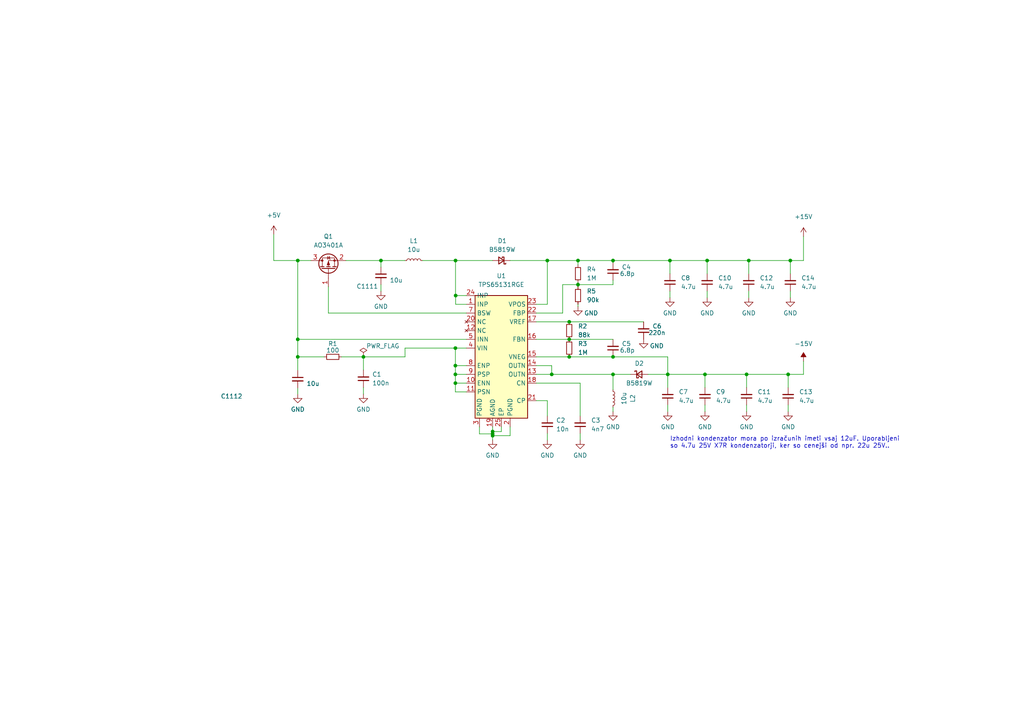
<source format=kicad_sch>
(kicad_sch (version 20211123) (generator eeschema)

  (uuid a7936651-1ee7-42b2-b2cd-640f529508b3)

  (paper "A4")

  (lib_symbols
    (symbol "Device:C_Small" (pin_numbers hide) (pin_names (offset 0.254) hide) (in_bom yes) (on_board yes)
      (property "Reference" "C" (id 0) (at 0.254 1.778 0)
        (effects (font (size 1.27 1.27)) (justify left))
      )
      (property "Value" "C_Small" (id 1) (at 0.254 -2.032 0)
        (effects (font (size 1.27 1.27)) (justify left))
      )
      (property "Footprint" "" (id 2) (at 0 0 0)
        (effects (font (size 1.27 1.27)) hide)
      )
      (property "Datasheet" "~" (id 3) (at 0 0 0)
        (effects (font (size 1.27 1.27)) hide)
      )
      (property "ki_keywords" "capacitor cap" (id 4) (at 0 0 0)
        (effects (font (size 1.27 1.27)) hide)
      )
      (property "ki_description" "Unpolarized capacitor, small symbol" (id 5) (at 0 0 0)
        (effects (font (size 1.27 1.27)) hide)
      )
      (property "ki_fp_filters" "C_*" (id 6) (at 0 0 0)
        (effects (font (size 1.27 1.27)) hide)
      )
      (symbol "C_Small_0_1"
        (polyline
          (pts
            (xy -1.524 -0.508)
            (xy 1.524 -0.508)
          )
          (stroke (width 0.3302) (type default) (color 0 0 0 0))
          (fill (type none))
        )
        (polyline
          (pts
            (xy -1.524 0.508)
            (xy 1.524 0.508)
          )
          (stroke (width 0.3048) (type default) (color 0 0 0 0))
          (fill (type none))
        )
      )
      (symbol "C_Small_1_1"
        (pin passive line (at 0 2.54 270) (length 2.032)
          (name "~" (effects (font (size 1.27 1.27))))
          (number "1" (effects (font (size 1.27 1.27))))
        )
        (pin passive line (at 0 -2.54 90) (length 2.032)
          (name "~" (effects (font (size 1.27 1.27))))
          (number "2" (effects (font (size 1.27 1.27))))
        )
      )
    )
    (symbol "Device:D_Schottky_Small" (pin_numbers hide) (pin_names (offset 0.254) hide) (in_bom yes) (on_board yes)
      (property "Reference" "D" (id 0) (at -1.27 2.032 0)
        (effects (font (size 1.27 1.27)) (justify left))
      )
      (property "Value" "D_Schottky_Small" (id 1) (at -7.112 -2.032 0)
        (effects (font (size 1.27 1.27)) (justify left))
      )
      (property "Footprint" "" (id 2) (at 0 0 90)
        (effects (font (size 1.27 1.27)) hide)
      )
      (property "Datasheet" "~" (id 3) (at 0 0 90)
        (effects (font (size 1.27 1.27)) hide)
      )
      (property "ki_keywords" "diode Schottky" (id 4) (at 0 0 0)
        (effects (font (size 1.27 1.27)) hide)
      )
      (property "ki_description" "Schottky diode, small symbol" (id 5) (at 0 0 0)
        (effects (font (size 1.27 1.27)) hide)
      )
      (property "ki_fp_filters" "TO-???* *_Diode_* *SingleDiode* D_*" (id 6) (at 0 0 0)
        (effects (font (size 1.27 1.27)) hide)
      )
      (symbol "D_Schottky_Small_0_1"
        (polyline
          (pts
            (xy -0.762 0)
            (xy 0.762 0)
          )
          (stroke (width 0) (type default) (color 0 0 0 0))
          (fill (type none))
        )
        (polyline
          (pts
            (xy 0.762 -1.016)
            (xy -0.762 0)
            (xy 0.762 1.016)
            (xy 0.762 -1.016)
          )
          (stroke (width 0.254) (type default) (color 0 0 0 0))
          (fill (type none))
        )
        (polyline
          (pts
            (xy -1.27 0.762)
            (xy -1.27 1.016)
            (xy -0.762 1.016)
            (xy -0.762 -1.016)
            (xy -0.254 -1.016)
            (xy -0.254 -0.762)
          )
          (stroke (width 0.254) (type default) (color 0 0 0 0))
          (fill (type none))
        )
      )
      (symbol "D_Schottky_Small_1_1"
        (pin passive line (at -2.54 0 0) (length 1.778)
          (name "K" (effects (font (size 1.27 1.27))))
          (number "1" (effects (font (size 1.27 1.27))))
        )
        (pin passive line (at 2.54 0 180) (length 1.778)
          (name "A" (effects (font (size 1.27 1.27))))
          (number "2" (effects (font (size 1.27 1.27))))
        )
      )
    )
    (symbol "Device:L_Small" (pin_numbers hide) (pin_names (offset 0.254) hide) (in_bom yes) (on_board yes)
      (property "Reference" "L" (id 0) (at 0.762 1.016 0)
        (effects (font (size 1.27 1.27)) (justify left))
      )
      (property "Value" "L_Small" (id 1) (at 0.762 -1.016 0)
        (effects (font (size 1.27 1.27)) (justify left))
      )
      (property "Footprint" "" (id 2) (at 0 0 0)
        (effects (font (size 1.27 1.27)) hide)
      )
      (property "Datasheet" "~" (id 3) (at 0 0 0)
        (effects (font (size 1.27 1.27)) hide)
      )
      (property "ki_keywords" "inductor choke coil reactor magnetic" (id 4) (at 0 0 0)
        (effects (font (size 1.27 1.27)) hide)
      )
      (property "ki_description" "Inductor, small symbol" (id 5) (at 0 0 0)
        (effects (font (size 1.27 1.27)) hide)
      )
      (property "ki_fp_filters" "Choke_* *Coil* Inductor_* L_*" (id 6) (at 0 0 0)
        (effects (font (size 1.27 1.27)) hide)
      )
      (symbol "L_Small_0_1"
        (arc (start 0 -2.032) (mid 0.508 -1.524) (end 0 -1.016)
          (stroke (width 0) (type default) (color 0 0 0 0))
          (fill (type none))
        )
        (arc (start 0 -1.016) (mid 0.508 -0.508) (end 0 0)
          (stroke (width 0) (type default) (color 0 0 0 0))
          (fill (type none))
        )
        (arc (start 0 0) (mid 0.508 0.508) (end 0 1.016)
          (stroke (width 0) (type default) (color 0 0 0 0))
          (fill (type none))
        )
        (arc (start 0 1.016) (mid 0.508 1.524) (end 0 2.032)
          (stroke (width 0) (type default) (color 0 0 0 0))
          (fill (type none))
        )
      )
      (symbol "L_Small_1_1"
        (pin passive line (at 0 2.54 270) (length 0.508)
          (name "~" (effects (font (size 1.27 1.27))))
          (number "1" (effects (font (size 1.27 1.27))))
        )
        (pin passive line (at 0 -2.54 90) (length 0.508)
          (name "~" (effects (font (size 1.27 1.27))))
          (number "2" (effects (font (size 1.27 1.27))))
        )
      )
    )
    (symbol "Device:R_Small" (pin_numbers hide) (pin_names (offset 0.254) hide) (in_bom yes) (on_board yes)
      (property "Reference" "R" (id 0) (at 0.762 0.508 0)
        (effects (font (size 1.27 1.27)) (justify left))
      )
      (property "Value" "R_Small" (id 1) (at 0.762 -1.016 0)
        (effects (font (size 1.27 1.27)) (justify left))
      )
      (property "Footprint" "" (id 2) (at 0 0 0)
        (effects (font (size 1.27 1.27)) hide)
      )
      (property "Datasheet" "~" (id 3) (at 0 0 0)
        (effects (font (size 1.27 1.27)) hide)
      )
      (property "ki_keywords" "R resistor" (id 4) (at 0 0 0)
        (effects (font (size 1.27 1.27)) hide)
      )
      (property "ki_description" "Resistor, small symbol" (id 5) (at 0 0 0)
        (effects (font (size 1.27 1.27)) hide)
      )
      (property "ki_fp_filters" "R_*" (id 6) (at 0 0 0)
        (effects (font (size 1.27 1.27)) hide)
      )
      (symbol "R_Small_0_1"
        (rectangle (start -0.762 1.778) (end 0.762 -1.778)
          (stroke (width 0.2032) (type default) (color 0 0 0 0))
          (fill (type none))
        )
      )
      (symbol "R_Small_1_1"
        (pin passive line (at 0 2.54 270) (length 0.762)
          (name "~" (effects (font (size 1.27 1.27))))
          (number "1" (effects (font (size 1.27 1.27))))
        )
        (pin passive line (at 0 -2.54 90) (length 0.762)
          (name "~" (effects (font (size 1.27 1.27))))
          (number "2" (effects (font (size 1.27 1.27))))
        )
      )
    )
    (symbol "Regulator_Switching:TPS65131RGE" (in_bom yes) (on_board yes)
      (property "Reference" "U1" (id 0) (at 0 23.495 0)
        (effects (font (size 1.27 1.27)))
      )
      (property "Value" "TPS65131RGE" (id 1) (at 0 20.955 0)
        (effects (font (size 1.27 1.27)))
      )
      (property "Footprint" "Package_DFN_QFN:VQFN-24-1EP_4x4mm_P0.5mm_EP2.45x2.45mm_ThermalVias" (id 2) (at 0 27.94 0)
        (effects (font (size 1.27 1.27)) hide)
      )
      (property "Datasheet" "http://www.ti.com/lit/ds/symlink/tps65130.pdf" (id 3) (at 1.27 25.4 0)
        (effects (font (size 1.27 1.27)) hide)
      )
      (property "ki_keywords" "split-rail switching dual positive negative" (id 4) (at 0 0 0)
        (effects (font (size 1.27 1.27)) hide)
      )
      (property "ki_description" "Split-Rail Converter with Dual, Positive and Negative Outputs (750mA typ, Switch Current Limit 1950mA typ),), 2.7-5.5V, VQFN-24" (id 5) (at 0 0 0)
        (effects (font (size 1.27 1.27)) hide)
      )
      (property "ki_fp_filters" "VQFN*1EP*4x4mm*P0.5mm*" (id 6) (at 0 0 0)
        (effects (font (size 1.27 1.27)) hide)
      )
      (symbol "TPS65131RGE_0_1"
        (rectangle (start -7.62 17.78) (end 7.62 -17.78)
          (stroke (width 0.254) (type default) (color 0 0 0 0))
          (fill (type background))
        )
      )
      (symbol "TPS65131RGE_1_1"
        (pin input line (at -10.16 15.24 0) (length 2.54)
          (name "INP" (effects (font (size 1.27 1.27))))
          (number "1" (effects (font (size 1.27 1.27))))
        )
        (pin input line (at -10.16 -7.62 0) (length 2.54)
          (name "ENN" (effects (font (size 1.27 1.27))))
          (number "10" (effects (font (size 1.27 1.27))))
        )
        (pin input line (at -10.16 -10.16 0) (length 2.54)
          (name "PSN" (effects (font (size 1.27 1.27))))
          (number "11" (effects (font (size 1.27 1.27))))
        )
        (pin no_connect line (at -10.16 7.62 0) (length 2.54)
          (name "NC" (effects (font (size 1.27 1.27))))
          (number "12" (effects (font (size 1.27 1.27))))
        )
        (pin output line (at 10.16 -5.08 180) (length 2.54)
          (name "OUTN" (effects (font (size 1.27 1.27))))
          (number "13" (effects (font (size 1.27 1.27))))
        )
        (pin passive line (at 10.16 -2.54 180) (length 2.54)
          (name "OUTN" (effects (font (size 1.27 1.27))))
          (number "14" (effects (font (size 1.27 1.27))))
        )
        (pin input line (at 10.16 0 180) (length 2.54)
          (name "VNEG" (effects (font (size 1.27 1.27))))
          (number "15" (effects (font (size 1.27 1.27))))
        )
        (pin input line (at 10.16 5.08 180) (length 2.54)
          (name "FBN" (effects (font (size 1.27 1.27))))
          (number "16" (effects (font (size 1.27 1.27))))
        )
        (pin output line (at 10.16 10.16 180) (length 2.54)
          (name "VREF" (effects (font (size 1.27 1.27))))
          (number "17" (effects (font (size 1.27 1.27))))
        )
        (pin passive line (at 10.16 -7.62 180) (length 2.54)
          (name "CN" (effects (font (size 1.27 1.27))))
          (number "18" (effects (font (size 1.27 1.27))))
        )
        (pin power_in line (at -2.54 -20.32 90) (length 2.54)
          (name "AGND" (effects (font (size 1.27 1.27))))
          (number "19" (effects (font (size 1.27 1.27))))
        )
        (pin power_in line (at 2.54 -20.32 90) (length 2.54)
          (name "PGND" (effects (font (size 1.27 1.27))))
          (number "2" (effects (font (size 1.27 1.27))))
        )
        (pin no_connect line (at -10.16 10.16 0) (length 2.54)
          (name "NC" (effects (font (size 1.27 1.27))))
          (number "20" (effects (font (size 1.27 1.27))))
        )
        (pin passive line (at 10.16 -12.7 180) (length 2.54)
          (name "CP" (effects (font (size 1.27 1.27))))
          (number "21" (effects (font (size 1.27 1.27))))
        )
        (pin input line (at 10.16 12.7 180) (length 2.54)
          (name "FBP" (effects (font (size 1.27 1.27))))
          (number "22" (effects (font (size 1.27 1.27))))
        )
        (pin input line (at 10.16 15.24 180) (length 2.54)
          (name "VPOS" (effects (font (size 1.27 1.27))))
          (number "23" (effects (font (size 1.27 1.27))))
        )
        (pin input line (at -10.16 17.78 0) (length 2.54)
          (name "INP" (effects (font (size 1.27 1.27))))
          (number "24" (effects (font (size 1.27 1.27))))
        )
        (pin passive line (at 0 -20.32 90) (length 2.54)
          (name "EP" (effects (font (size 1.27 1.27))))
          (number "25" (effects (font (size 1.27 1.27))))
        )
        (pin passive line (at -6.35 -20.32 90) (length 2.54)
          (name "PGND" (effects (font (size 1.27 1.27))))
          (number "3" (effects (font (size 1.27 1.27))))
        )
        (pin power_in line (at -10.16 2.54 0) (length 2.54)
          (name "VIN" (effects (font (size 1.27 1.27))))
          (number "4" (effects (font (size 1.27 1.27))))
        )
        (pin input line (at -10.16 5.08 0) (length 2.54)
          (name "INN" (effects (font (size 1.27 1.27))))
          (number "5" (effects (font (size 1.27 1.27))))
        )
        (pin input line (at -10.16 5.08 0) (length 2.54) hide
          (name "INN" (effects (font (size 1.27 1.27))))
          (number "6" (effects (font (size 1.27 1.27))))
        )
        (pin output line (at -10.16 12.7 0) (length 2.54)
          (name "BSW" (effects (font (size 1.27 1.27))))
          (number "7" (effects (font (size 1.27 1.27))))
        )
        (pin input line (at -10.16 -2.54 0) (length 2.54)
          (name "ENP" (effects (font (size 1.27 1.27))))
          (number "8" (effects (font (size 1.27 1.27))))
        )
        (pin input line (at -10.16 -5.08 0) (length 2.54)
          (name "PSP" (effects (font (size 1.27 1.27))))
          (number "9" (effects (font (size 1.27 1.27))))
        )
      )
    )
    (symbol "Transistor_FET:AO3401A" (pin_names hide) (in_bom yes) (on_board yes)
      (property "Reference" "Q" (id 0) (at 5.08 1.905 0)
        (effects (font (size 1.27 1.27)) (justify left))
      )
      (property "Value" "AO3401A" (id 1) (at 5.08 0 0)
        (effects (font (size 1.27 1.27)) (justify left))
      )
      (property "Footprint" "Package_TO_SOT_SMD:SOT-23" (id 2) (at 5.08 -1.905 0)
        (effects (font (size 1.27 1.27) italic) (justify left) hide)
      )
      (property "Datasheet" "http://www.aosmd.com/pdfs/datasheet/AO3401A.pdf" (id 3) (at 0 0 0)
        (effects (font (size 1.27 1.27)) (justify left) hide)
      )
      (property "ki_keywords" "P-Channel MOSFET" (id 4) (at 0 0 0)
        (effects (font (size 1.27 1.27)) hide)
      )
      (property "ki_description" "-4.0A Id, -30V Vds, P-Channel MOSFET, SOT-23" (id 5) (at 0 0 0)
        (effects (font (size 1.27 1.27)) hide)
      )
      (property "ki_fp_filters" "SOT?23*" (id 6) (at 0 0 0)
        (effects (font (size 1.27 1.27)) hide)
      )
      (symbol "AO3401A_0_1"
        (polyline
          (pts
            (xy 0.254 0)
            (xy -2.54 0)
          )
          (stroke (width 0) (type default) (color 0 0 0 0))
          (fill (type none))
        )
        (polyline
          (pts
            (xy 0.254 1.905)
            (xy 0.254 -1.905)
          )
          (stroke (width 0.254) (type default) (color 0 0 0 0))
          (fill (type none))
        )
        (polyline
          (pts
            (xy 0.762 -1.27)
            (xy 0.762 -2.286)
          )
          (stroke (width 0.254) (type default) (color 0 0 0 0))
          (fill (type none))
        )
        (polyline
          (pts
            (xy 0.762 0.508)
            (xy 0.762 -0.508)
          )
          (stroke (width 0.254) (type default) (color 0 0 0 0))
          (fill (type none))
        )
        (polyline
          (pts
            (xy 0.762 2.286)
            (xy 0.762 1.27)
          )
          (stroke (width 0.254) (type default) (color 0 0 0 0))
          (fill (type none))
        )
        (polyline
          (pts
            (xy 2.54 2.54)
            (xy 2.54 1.778)
          )
          (stroke (width 0) (type default) (color 0 0 0 0))
          (fill (type none))
        )
        (polyline
          (pts
            (xy 2.54 -2.54)
            (xy 2.54 0)
            (xy 0.762 0)
          )
          (stroke (width 0) (type default) (color 0 0 0 0))
          (fill (type none))
        )
        (polyline
          (pts
            (xy 0.762 1.778)
            (xy 3.302 1.778)
            (xy 3.302 -1.778)
            (xy 0.762 -1.778)
          )
          (stroke (width 0) (type default) (color 0 0 0 0))
          (fill (type none))
        )
        (polyline
          (pts
            (xy 2.286 0)
            (xy 1.27 0.381)
            (xy 1.27 -0.381)
            (xy 2.286 0)
          )
          (stroke (width 0) (type default) (color 0 0 0 0))
          (fill (type outline))
        )
        (polyline
          (pts
            (xy 2.794 -0.508)
            (xy 2.921 -0.381)
            (xy 3.683 -0.381)
            (xy 3.81 -0.254)
          )
          (stroke (width 0) (type default) (color 0 0 0 0))
          (fill (type none))
        )
        (polyline
          (pts
            (xy 3.302 -0.381)
            (xy 2.921 0.254)
            (xy 3.683 0.254)
            (xy 3.302 -0.381)
          )
          (stroke (width 0) (type default) (color 0 0 0 0))
          (fill (type none))
        )
        (circle (center 1.651 0) (radius 2.794)
          (stroke (width 0.254) (type default) (color 0 0 0 0))
          (fill (type none))
        )
        (circle (center 2.54 -1.778) (radius 0.254)
          (stroke (width 0) (type default) (color 0 0 0 0))
          (fill (type outline))
        )
        (circle (center 2.54 1.778) (radius 0.254)
          (stroke (width 0) (type default) (color 0 0 0 0))
          (fill (type outline))
        )
      )
      (symbol "AO3401A_1_1"
        (pin input line (at -5.08 0 0) (length 2.54)
          (name "G" (effects (font (size 1.27 1.27))))
          (number "1" (effects (font (size 1.27 1.27))))
        )
        (pin passive line (at 2.54 -5.08 90) (length 2.54)
          (name "S" (effects (font (size 1.27 1.27))))
          (number "2" (effects (font (size 1.27 1.27))))
        )
        (pin passive line (at 2.54 5.08 270) (length 2.54)
          (name "D" (effects (font (size 1.27 1.27))))
          (number "3" (effects (font (size 1.27 1.27))))
        )
      )
    )
    (symbol "power:+15V" (power) (pin_names (offset 0)) (in_bom yes) (on_board yes)
      (property "Reference" "#PWR" (id 0) (at 0 -3.81 0)
        (effects (font (size 1.27 1.27)) hide)
      )
      (property "Value" "+15V" (id 1) (at 0 3.556 0)
        (effects (font (size 1.27 1.27)))
      )
      (property "Footprint" "" (id 2) (at 0 0 0)
        (effects (font (size 1.27 1.27)) hide)
      )
      (property "Datasheet" "" (id 3) (at 0 0 0)
        (effects (font (size 1.27 1.27)) hide)
      )
      (property "ki_keywords" "global power" (id 4) (at 0 0 0)
        (effects (font (size 1.27 1.27)) hide)
      )
      (property "ki_description" "Power symbol creates a global label with name \"+15V\"" (id 5) (at 0 0 0)
        (effects (font (size 1.27 1.27)) hide)
      )
      (symbol "+15V_0_1"
        (polyline
          (pts
            (xy -0.762 1.27)
            (xy 0 2.54)
          )
          (stroke (width 0) (type default) (color 0 0 0 0))
          (fill (type none))
        )
        (polyline
          (pts
            (xy 0 0)
            (xy 0 2.54)
          )
          (stroke (width 0) (type default) (color 0 0 0 0))
          (fill (type none))
        )
        (polyline
          (pts
            (xy 0 2.54)
            (xy 0.762 1.27)
          )
          (stroke (width 0) (type default) (color 0 0 0 0))
          (fill (type none))
        )
      )
      (symbol "+15V_1_1"
        (pin power_in line (at 0 0 90) (length 0) hide
          (name "+15V" (effects (font (size 1.27 1.27))))
          (number "1" (effects (font (size 1.27 1.27))))
        )
      )
    )
    (symbol "power:+5V" (power) (pin_names (offset 0)) (in_bom yes) (on_board yes)
      (property "Reference" "#PWR" (id 0) (at 0 -3.81 0)
        (effects (font (size 1.27 1.27)) hide)
      )
      (property "Value" "+5V" (id 1) (at 0 3.556 0)
        (effects (font (size 1.27 1.27)))
      )
      (property "Footprint" "" (id 2) (at 0 0 0)
        (effects (font (size 1.27 1.27)) hide)
      )
      (property "Datasheet" "" (id 3) (at 0 0 0)
        (effects (font (size 1.27 1.27)) hide)
      )
      (property "ki_keywords" "global power" (id 4) (at 0 0 0)
        (effects (font (size 1.27 1.27)) hide)
      )
      (property "ki_description" "Power symbol creates a global label with name \"+5V\"" (id 5) (at 0 0 0)
        (effects (font (size 1.27 1.27)) hide)
      )
      (symbol "+5V_0_1"
        (polyline
          (pts
            (xy -0.762 1.27)
            (xy 0 2.54)
          )
          (stroke (width 0) (type default) (color 0 0 0 0))
          (fill (type none))
        )
        (polyline
          (pts
            (xy 0 0)
            (xy 0 2.54)
          )
          (stroke (width 0) (type default) (color 0 0 0 0))
          (fill (type none))
        )
        (polyline
          (pts
            (xy 0 2.54)
            (xy 0.762 1.27)
          )
          (stroke (width 0) (type default) (color 0 0 0 0))
          (fill (type none))
        )
      )
      (symbol "+5V_1_1"
        (pin power_in line (at 0 0 90) (length 0) hide
          (name "+5V" (effects (font (size 1.27 1.27))))
          (number "1" (effects (font (size 1.27 1.27))))
        )
      )
    )
    (symbol "power:-15V" (power) (pin_names (offset 0)) (in_bom yes) (on_board yes)
      (property "Reference" "#PWR" (id 0) (at 0 2.54 0)
        (effects (font (size 1.27 1.27)) hide)
      )
      (property "Value" "-15V" (id 1) (at 0 3.81 0)
        (effects (font (size 1.27 1.27)))
      )
      (property "Footprint" "" (id 2) (at 0 0 0)
        (effects (font (size 1.27 1.27)) hide)
      )
      (property "Datasheet" "" (id 3) (at 0 0 0)
        (effects (font (size 1.27 1.27)) hide)
      )
      (property "ki_keywords" "global power" (id 4) (at 0 0 0)
        (effects (font (size 1.27 1.27)) hide)
      )
      (property "ki_description" "Power symbol creates a global label with name \"-15V\"" (id 5) (at 0 0 0)
        (effects (font (size 1.27 1.27)) hide)
      )
      (symbol "-15V_0_0"
        (pin power_in line (at 0 0 90) (length 0) hide
          (name "-15V" (effects (font (size 1.27 1.27))))
          (number "1" (effects (font (size 1.27 1.27))))
        )
      )
      (symbol "-15V_0_1"
        (polyline
          (pts
            (xy 0 0)
            (xy 0 1.27)
            (xy 0.762 1.27)
            (xy 0 2.54)
            (xy -0.762 1.27)
            (xy 0 1.27)
          )
          (stroke (width 0) (type default) (color 0 0 0 0))
          (fill (type outline))
        )
      )
    )
    (symbol "power:GND" (power) (pin_names (offset 0)) (in_bom yes) (on_board yes)
      (property "Reference" "#PWR" (id 0) (at 0 -6.35 0)
        (effects (font (size 1.27 1.27)) hide)
      )
      (property "Value" "GND" (id 1) (at 0 -3.81 0)
        (effects (font (size 1.27 1.27)))
      )
      (property "Footprint" "" (id 2) (at 0 0 0)
        (effects (font (size 1.27 1.27)) hide)
      )
      (property "Datasheet" "" (id 3) (at 0 0 0)
        (effects (font (size 1.27 1.27)) hide)
      )
      (property "ki_keywords" "global power" (id 4) (at 0 0 0)
        (effects (font (size 1.27 1.27)) hide)
      )
      (property "ki_description" "Power symbol creates a global label with name \"GND\" , ground" (id 5) (at 0 0 0)
        (effects (font (size 1.27 1.27)) hide)
      )
      (symbol "GND_0_1"
        (polyline
          (pts
            (xy 0 0)
            (xy 0 -1.27)
            (xy 1.27 -1.27)
            (xy 0 -2.54)
            (xy -1.27 -1.27)
            (xy 0 -1.27)
          )
          (stroke (width 0) (type default) (color 0 0 0 0))
          (fill (type none))
        )
      )
      (symbol "GND_1_1"
        (pin power_in line (at 0 0 270) (length 0) hide
          (name "GND" (effects (font (size 1.27 1.27))))
          (number "1" (effects (font (size 1.27 1.27))))
        )
      )
    )
    (symbol "power:PWR_FLAG" (power) (pin_numbers hide) (pin_names (offset 0) hide) (in_bom yes) (on_board yes)
      (property "Reference" "#FLG" (id 0) (at 0 1.905 0)
        (effects (font (size 1.27 1.27)) hide)
      )
      (property "Value" "PWR_FLAG" (id 1) (at 0 3.81 0)
        (effects (font (size 1.27 1.27)))
      )
      (property "Footprint" "" (id 2) (at 0 0 0)
        (effects (font (size 1.27 1.27)) hide)
      )
      (property "Datasheet" "~" (id 3) (at 0 0 0)
        (effects (font (size 1.27 1.27)) hide)
      )
      (property "ki_keywords" "flag power" (id 4) (at 0 0 0)
        (effects (font (size 1.27 1.27)) hide)
      )
      (property "ki_description" "Special symbol for telling ERC where power comes from" (id 5) (at 0 0 0)
        (effects (font (size 1.27 1.27)) hide)
      )
      (symbol "PWR_FLAG_0_0"
        (pin power_out line (at 0 0 90) (length 0)
          (name "pwr" (effects (font (size 1.27 1.27))))
          (number "1" (effects (font (size 1.27 1.27))))
        )
      )
      (symbol "PWR_FLAG_0_1"
        (polyline
          (pts
            (xy 0 0)
            (xy 0 1.27)
            (xy -1.016 1.905)
            (xy 0 2.54)
            (xy 1.016 1.905)
            (xy 0 1.27)
          )
          (stroke (width 0) (type default) (color 0 0 0 0))
          (fill (type none))
        )
      )
    )
  )

  (junction (at 142.875 125.8447) (diameter 0) (color 0 0 0 0)
    (uuid 046b290d-b841-43f3-bcd8-4f4e9f1b8824)
  )
  (junction (at 110.49 75.565) (diameter 0) (color 0 0 0 0)
    (uuid 06a98fc3-719e-4b11-be1d-54e8ca36c6a2)
  )
  (junction (at 229.235 75.565) (diameter 0) (color 0 0 0 0)
    (uuid 07e3d35c-b880-46bc-9988-b13cc6f116ee)
  )
  (junction (at 177.8 103.505) (diameter 0) (color 0 0 0 0)
    (uuid 0f4f8b64-b600-41eb-8da2-d7dbd75f0425)
  )
  (junction (at 177.8 108.585) (diameter 0) (color 0 0 0 0)
    (uuid 1566129a-84e7-4e9e-80ec-b7547c1d8691)
  )
  (junction (at 158.75 75.565) (diameter 0) (color 0 0 0 0)
    (uuid 19f4f3d4-6082-4f8e-acfa-c4083f7eb6af)
  )
  (junction (at 193.675 108.585) (diameter 0) (color 0 0 0 0)
    (uuid 2b835a14-f06b-45d7-8775-75d0d2851bb4)
  )
  (junction (at 132.08 106.045) (diameter 0) (color 0 0 0 0)
    (uuid 2c14e238-3de2-475d-9e00-fe83cd7941ba)
  )
  (junction (at 165.1 98.425) (diameter 0) (color 0 0 0 0)
    (uuid 4c85c608-f30e-444b-85ae-9dbe9a1ae689)
  )
  (junction (at 86.36 98.425) (diameter 0) (color 0 0 0 0)
    (uuid 5b54573c-e5a2-44e4-8d98-96d0a14baff6)
  )
  (junction (at 204.47 108.585) (diameter 0) (color 0 0 0 0)
    (uuid 5f687815-4b43-442b-8f6c-e496283c0fbf)
  )
  (junction (at 167.64 75.565) (diameter 0) (color 0 0 0 0)
    (uuid 7187f2a4-718c-486a-b1de-e6e11bc8eac9)
  )
  (junction (at 132.1182 75.565) (diameter 0) (color 0 0 0 0)
    (uuid 79442e97-6879-4dd1-bd93-9314319910bd)
  )
  (junction (at 194.31 75.565) (diameter 0) (color 0 0 0 0)
    (uuid 79ac34ef-02f7-4b18-b590-0b833f8951d2)
  )
  (junction (at 132.1515 85.725) (diameter 0) (color 0 0 0 0)
    (uuid 86ec496e-c8d0-4b5b-9ec9-3a8b5981d893)
  )
  (junction (at 177.8 75.565) (diameter 0) (color 0 0 0 0)
    (uuid 8b8ef628-8d03-42cb-8b75-20df42c4292b)
  )
  (junction (at 86.36 103.505) (diameter 0) (color 0 0 0 0)
    (uuid 91817fe4-9488-438c-9bb4-63279c398063)
  )
  (junction (at 132.08 100.965) (diameter 0) (color 0 0 0 0)
    (uuid 93a6822e-5abf-4e50-a6ea-a0ee807bbb50)
  )
  (junction (at 142.875 125.1688) (diameter 0) (color 0 0 0 0)
    (uuid 95e70299-6d67-4ad3-a69a-ecc0c46225d2)
  )
  (junction (at 160.0192 108.585) (diameter 0) (color 0 0 0 0)
    (uuid 9cb2b3c4-ac63-45b9-8518-2d4deb7a5cf3)
  )
  (junction (at 142.875 126.365) (diameter 0) (color 0 0 0 0)
    (uuid a0bb2fca-1834-4c4f-b957-2ac0733c422e)
  )
  (junction (at 205.105 75.565) (diameter 0) (color 0 0 0 0)
    (uuid a31d8927-c558-4431-92b9-b4652f2d636f)
  )
  (junction (at 228.6 108.585) (diameter 0) (color 0 0 0 0)
    (uuid aa58cb17-0497-481b-9459-c861c7e5f44f)
  )
  (junction (at 132.08 108.585) (diameter 0) (color 0 0 0 0)
    (uuid ae6d7858-bae4-40e2-8825-cdbb084b55c9)
  )
  (junction (at 86.36 75.565) (diameter 0) (color 0 0 0 0)
    (uuid b7f8b2ec-f883-4a93-8a73-7a443d42a299)
  )
  (junction (at 105.41 103.505) (diameter 0) (color 0 0 0 0)
    (uuid c4d49da8-a0cd-4935-94fd-780649f90aae)
  )
  (junction (at 132.08 111.125) (diameter 0) (color 0 0 0 0)
    (uuid cb3c769e-ed19-4b67-802d-0ff9a5bbd7cc)
  )
  (junction (at 217.17 75.565) (diameter 0) (color 0 0 0 0)
    (uuid de47a24c-1671-4c98-a71b-dabe518447b2)
  )
  (junction (at 167.64 82.55) (diameter 0) (color 0 0 0 0)
    (uuid e1f1f7d0-7b63-469a-8367-c0e6bec26f2c)
  )
  (junction (at 216.535 108.585) (diameter 0) (color 0 0 0 0)
    (uuid f34f50ae-4f6b-4157-9c9a-4805304c3fc1)
  )
  (junction (at 165.1 103.505) (diameter 0) (color 0 0 0 0)
    (uuid f3e90a03-852d-407d-8d5f-a67b23b90ca6)
  )
  (junction (at 165.1 93.345) (diameter 0) (color 0 0 0 0)
    (uuid fa0d3adc-b86f-40bf-bce5-115dedf624f6)
  )

  (wire (pts (xy 95.25 83.185) (xy 95.25 90.805))
    (stroke (width 0) (type default) (color 0 0 0 0))
    (uuid 05f0469e-0d37-49a7-9913-8dcd0d313627)
  )
  (wire (pts (xy 167.64 81.915) (xy 167.64 82.55))
    (stroke (width 0) (type default) (color 0 0 0 0))
    (uuid 08f741fe-c68a-48ec-8447-b2bb602d0cba)
  )
  (wire (pts (xy 147.955 123.825) (xy 147.955 126.365))
    (stroke (width 0) (type default) (color 0 0 0 0))
    (uuid 0a68475d-325b-4c96-9610-5ab29bb64cef)
  )
  (wire (pts (xy 193.675 108.585) (xy 193.675 112.395))
    (stroke (width 0) (type default) (color 0 0 0 0))
    (uuid 0ab2a505-45bf-4a09-b1a1-1c73e4fcaf1e)
  )
  (wire (pts (xy 132.08 106.045) (xy 132.08 108.585))
    (stroke (width 0) (type default) (color 0 0 0 0))
    (uuid 0f2c2dd6-3071-443b-ad46-9eb15ac954e8)
  )
  (wire (pts (xy 147.955 126.365) (xy 142.875 126.365))
    (stroke (width 0) (type default) (color 0 0 0 0))
    (uuid 163220e8-1478-4dea-828c-e01877083b3a)
  )
  (wire (pts (xy 233.045 68.58) (xy 233.045 75.565))
    (stroke (width 0) (type default) (color 0 0 0 0))
    (uuid 170fa919-8aa6-494e-86aa-3cd1f06ef34f)
  )
  (wire (pts (xy 110.49 75.565) (xy 117.475 75.565))
    (stroke (width 0) (type default) (color 0 0 0 0))
    (uuid 18b7a7cb-eca6-43c1-a40c-00c1f1e97db8)
  )
  (wire (pts (xy 139.065 123.825) (xy 139.065 125.8447))
    (stroke (width 0) (type default) (color 0 0 0 0))
    (uuid 1b90345a-317d-40b3-9830-ad13f71507b4)
  )
  (wire (pts (xy 194.31 75.565) (xy 194.31 79.375))
    (stroke (width 0) (type default) (color 0 0 0 0))
    (uuid 1d79ecc7-b146-4ea2-b870-15eb2a94a518)
  )
  (wire (pts (xy 193.675 117.475) (xy 193.675 119.38))
    (stroke (width 0) (type default) (color 0 0 0 0))
    (uuid 1e7e4d8d-2dba-4981-8c0a-0343c57c6234)
  )
  (wire (pts (xy 135.255 88.265) (xy 132.1515 88.265))
    (stroke (width 0) (type default) (color 0 0 0 0))
    (uuid 1fd3eddc-042d-44c0-84b4-801b63993a16)
  )
  (wire (pts (xy 158.75 75.565) (xy 158.75 88.265))
    (stroke (width 0) (type default) (color 0 0 0 0))
    (uuid 20cc2f90-d0c8-407d-b819-0041fff9be81)
  )
  (wire (pts (xy 139.065 125.8447) (xy 142.875 125.8447))
    (stroke (width 0) (type default) (color 0 0 0 0))
    (uuid 2f03fad5-73ae-4ac2-aceb-af67b28bda42)
  )
  (wire (pts (xy 132.08 111.125) (xy 132.08 113.665))
    (stroke (width 0) (type default) (color 0 0 0 0))
    (uuid 2ffd5b2c-f726-4862-82a3-4fcc9eb48a28)
  )
  (wire (pts (xy 158.75 116.205) (xy 158.75 120.65))
    (stroke (width 0) (type default) (color 0 0 0 0))
    (uuid 308a54a6-29f3-4ab2-b686-e5cb2f9617a0)
  )
  (wire (pts (xy 105.41 103.505) (xy 117.475 103.505))
    (stroke (width 0) (type default) (color 0 0 0 0))
    (uuid 30f41bb8-91cb-4bdb-adb5-467fbae9ffe2)
  )
  (wire (pts (xy 86.36 98.425) (xy 86.36 75.565))
    (stroke (width 0) (type default) (color 0 0 0 0))
    (uuid 31639777-1df5-4be9-a1bf-3d89eb54ba4f)
  )
  (wire (pts (xy 132.1182 75.565) (xy 142.875 75.565))
    (stroke (width 0) (type default) (color 0 0 0 0))
    (uuid 3182a2d2-36ce-48d6-badc-82ff53b3fa4f)
  )
  (wire (pts (xy 205.105 75.565) (xy 205.105 79.375))
    (stroke (width 0) (type default) (color 0 0 0 0))
    (uuid 354be69f-4bcd-4ff4-9bba-44eade1cb58b)
  )
  (wire (pts (xy 100.33 75.565) (xy 110.49 75.565))
    (stroke (width 0) (type default) (color 0 0 0 0))
    (uuid 370d7e52-f389-44ad-9e75-c7b3cfb4ab7e)
  )
  (wire (pts (xy 229.235 75.565) (xy 229.235 79.375))
    (stroke (width 0) (type default) (color 0 0 0 0))
    (uuid 374f2053-32bb-4435-987e-842dd1a78eff)
  )
  (wire (pts (xy 167.64 75.565) (xy 167.64 76.835))
    (stroke (width 0) (type default) (color 0 0 0 0))
    (uuid 392a8c5b-4926-404c-af8a-1696e08dda58)
  )
  (wire (pts (xy 99.06 103.505) (xy 105.41 103.505))
    (stroke (width 0) (type default) (color 0 0 0 0))
    (uuid 3c6f8267-1af7-475b-b28b-6426445493a4)
  )
  (wire (pts (xy 204.47 117.475) (xy 204.47 119.38))
    (stroke (width 0) (type default) (color 0 0 0 0))
    (uuid 3d411ad4-ee2b-4477-b11b-b069d51463bb)
  )
  (wire (pts (xy 167.64 75.565) (xy 177.8 75.565))
    (stroke (width 0) (type default) (color 0 0 0 0))
    (uuid 3d964c66-3c45-4ab0-88e2-8add196d1136)
  )
  (wire (pts (xy 167.64 88.265) (xy 167.64 88.9))
    (stroke (width 0) (type default) (color 0 0 0 0))
    (uuid 3e0535d1-1b8d-47c5-aede-cdf13c5cbd99)
  )
  (wire (pts (xy 132.1182 85.725) (xy 132.1182 75.565))
    (stroke (width 0) (type default) (color 0 0 0 0))
    (uuid 3f29fa42-0688-4d42-81ad-aeaa1709ad22)
  )
  (wire (pts (xy 147.955 75.565) (xy 158.75 75.565))
    (stroke (width 0) (type default) (color 0 0 0 0))
    (uuid 427520af-41a3-4760-afba-5cc22cd875dc)
  )
  (wire (pts (xy 132.08 108.585) (xy 135.255 108.585))
    (stroke (width 0) (type default) (color 0 0 0 0))
    (uuid 43f23e49-a62b-4588-a31f-436ce8f2f15b)
  )
  (wire (pts (xy 167.64 82.55) (xy 177.8 82.55))
    (stroke (width 0) (type default) (color 0 0 0 0))
    (uuid 44868367-b3cb-4b8a-ae10-2c87c45cbd69)
  )
  (wire (pts (xy 132.08 106.045) (xy 135.255 106.045))
    (stroke (width 0) (type default) (color 0 0 0 0))
    (uuid 45668068-75f2-4c2e-88ce-25dc3435ff9d)
  )
  (wire (pts (xy 145.415 123.825) (xy 145.415 125.1688))
    (stroke (width 0) (type default) (color 0 0 0 0))
    (uuid 4617ee10-3d0e-4f42-a7d3-b65df66f3c96)
  )
  (wire (pts (xy 194.31 84.455) (xy 194.31 86.36))
    (stroke (width 0) (type default) (color 0 0 0 0))
    (uuid 47a0c963-997a-4759-9e6c-870c14f59f8a)
  )
  (wire (pts (xy 86.36 103.505) (xy 86.36 107.442))
    (stroke (width 0) (type default) (color 0 0 0 0))
    (uuid 47a6be40-7772-4ef9-828b-890f04abd003)
  )
  (wire (pts (xy 229.235 84.455) (xy 229.235 86.36))
    (stroke (width 0) (type default) (color 0 0 0 0))
    (uuid 48903a57-04a0-4617-8012-c8a435adef1e)
  )
  (wire (pts (xy 229.235 75.565) (xy 233.045 75.565))
    (stroke (width 0) (type default) (color 0 0 0 0))
    (uuid 48f903b7-b68d-477f-a7c1-7e89b4e67a47)
  )
  (wire (pts (xy 135.255 98.425) (xy 86.36 98.425))
    (stroke (width 0) (type default) (color 0 0 0 0))
    (uuid 49d6c33c-98eb-4d6a-87c1-72dae79b0817)
  )
  (wire (pts (xy 177.8 108.585) (xy 177.8 113.03))
    (stroke (width 0) (type default) (color 0 0 0 0))
    (uuid 4bb20568-3e0b-4aa3-a6dc-2b22ba00aa1d)
  )
  (wire (pts (xy 177.8 103.505) (xy 193.675 103.505))
    (stroke (width 0) (type default) (color 0 0 0 0))
    (uuid 53ac0235-8a18-4529-9f78-0eb735f91a21)
  )
  (wire (pts (xy 204.47 108.585) (xy 204.47 112.395))
    (stroke (width 0) (type default) (color 0 0 0 0))
    (uuid 55f2f304-cad6-44d5-b5d6-7086562076c4)
  )
  (wire (pts (xy 105.41 103.505) (xy 105.41 107.315))
    (stroke (width 0) (type default) (color 0 0 0 0))
    (uuid 591714cb-aef4-4486-ad9d-44571776b960)
  )
  (wire (pts (xy 155.575 93.345) (xy 165.1 93.345))
    (stroke (width 0) (type default) (color 0 0 0 0))
    (uuid 5d10de3f-a9ec-4a6b-80ae-7b4a36930423)
  )
  (wire (pts (xy 142.875 125.1688) (xy 142.875 125.8447))
    (stroke (width 0) (type default) (color 0 0 0 0))
    (uuid 5d85ffc2-6cef-4e81-b111-8b48503d1b4b)
  )
  (wire (pts (xy 193.675 103.505) (xy 193.675 108.585))
    (stroke (width 0) (type default) (color 0 0 0 0))
    (uuid 67efabad-5b5d-4458-9ebb-ffbb2424c2fb)
  )
  (wire (pts (xy 168.275 125.73) (xy 168.275 127.635))
    (stroke (width 0) (type default) (color 0 0 0 0))
    (uuid 69bb07cd-b412-4334-a46c-228a1765b87f)
  )
  (wire (pts (xy 86.36 103.505) (xy 93.98 103.505))
    (stroke (width 0) (type default) (color 0 0 0 0))
    (uuid 6ab85593-2181-4c3c-a89c-a10cebf1ed6f)
  )
  (wire (pts (xy 233.045 108.585) (xy 233.045 104.775))
    (stroke (width 0) (type default) (color 0 0 0 0))
    (uuid 6dc23fdc-d11a-40d9-9378-cd4b7cb25a35)
  )
  (wire (pts (xy 145.415 125.1688) (xy 142.875 125.1688))
    (stroke (width 0) (type default) (color 0 0 0 0))
    (uuid 7008ce61-2150-433c-a39d-a84ff6c52715)
  )
  (wire (pts (xy 155.575 90.805) (xy 163.195 90.805))
    (stroke (width 0) (type default) (color 0 0 0 0))
    (uuid 714a5b63-3ed3-406f-9e92-5fce310ebb23)
  )
  (wire (pts (xy 79.4004 68.0212) (xy 79.4004 75.565))
    (stroke (width 0) (type default) (color 0 0 0 0))
    (uuid 7272678b-37b2-469d-a1c9-a33633eb4a6a)
  )
  (wire (pts (xy 168.275 111.125) (xy 168.275 120.65))
    (stroke (width 0) (type default) (color 0 0 0 0))
    (uuid 74f90d60-265f-4dcb-bd74-f6a7bc140664)
  )
  (wire (pts (xy 216.535 108.585) (xy 216.535 112.395))
    (stroke (width 0) (type default) (color 0 0 0 0))
    (uuid 7596aafd-5d34-4ec4-a10f-6a142be75a40)
  )
  (wire (pts (xy 117.475 103.505) (xy 117.475 100.965))
    (stroke (width 0) (type default) (color 0 0 0 0))
    (uuid 76c32801-be59-4ff9-ade8-fdae8c3f905a)
  )
  (wire (pts (xy 95.25 90.805) (xy 135.255 90.805))
    (stroke (width 0) (type default) (color 0 0 0 0))
    (uuid 78bff9de-641b-4eff-903d-e43209073fd9)
  )
  (wire (pts (xy 193.675 108.585) (xy 204.47 108.585))
    (stroke (width 0) (type default) (color 0 0 0 0))
    (uuid 7cffd292-5bf9-4e8e-8401-21b2f6e0c956)
  )
  (wire (pts (xy 132.08 108.585) (xy 132.08 111.125))
    (stroke (width 0) (type default) (color 0 0 0 0))
    (uuid 82d28e72-ab55-4bb5-a96a-dadd972286e9)
  )
  (wire (pts (xy 79.4004 75.565) (xy 86.36 75.565))
    (stroke (width 0) (type default) (color 0 0 0 0))
    (uuid 8462070c-f17e-44a3-a782-0366bec5edd4)
  )
  (wire (pts (xy 205.105 75.565) (xy 217.17 75.565))
    (stroke (width 0) (type default) (color 0 0 0 0))
    (uuid 89161c29-b2a0-4647-b595-2ae2f195e9f2)
  )
  (wire (pts (xy 158.75 88.265) (xy 155.575 88.265))
    (stroke (width 0) (type default) (color 0 0 0 0))
    (uuid 89b8abad-58bd-4da7-b81f-834fd7b8c653)
  )
  (wire (pts (xy 165.1 98.425) (xy 177.8 98.425))
    (stroke (width 0) (type default) (color 0 0 0 0))
    (uuid 8c9afcc4-a61d-46c8-87f2-a3a2d718d2aa)
  )
  (wire (pts (xy 155.575 116.205) (xy 158.75 116.205))
    (stroke (width 0) (type default) (color 0 0 0 0))
    (uuid 9261f222-51e8-43db-97a7-fd6ad3979b81)
  )
  (wire (pts (xy 167.64 82.55) (xy 167.64 83.185))
    (stroke (width 0) (type default) (color 0 0 0 0))
    (uuid 9670c590-5207-424a-be0b-b750b8b913ca)
  )
  (wire (pts (xy 110.49 82.55) (xy 110.49 84.455))
    (stroke (width 0) (type default) (color 0 0 0 0))
    (uuid 9af76b94-2f26-4a57-9ce7-7232030044ef)
  )
  (wire (pts (xy 142.875 123.825) (xy 142.875 125.1688))
    (stroke (width 0) (type default) (color 0 0 0 0))
    (uuid 9f1175c5-da50-4be9-8f70-f133195fbbcf)
  )
  (wire (pts (xy 205.105 84.455) (xy 205.105 86.36))
    (stroke (width 0) (type default) (color 0 0 0 0))
    (uuid a2f84409-f9ec-4b66-83a8-a0c644724bfb)
  )
  (wire (pts (xy 132.08 111.125) (xy 135.255 111.125))
    (stroke (width 0) (type default) (color 0 0 0 0))
    (uuid a48c3581-73b3-4924-ac1a-ba15e89810be)
  )
  (wire (pts (xy 187.96 108.585) (xy 193.675 108.585))
    (stroke (width 0) (type default) (color 0 0 0 0))
    (uuid a6623501-384f-452d-86e3-3e8b994bf58e)
  )
  (wire (pts (xy 217.17 75.565) (xy 229.235 75.565))
    (stroke (width 0) (type default) (color 0 0 0 0))
    (uuid a7214cf9-5a3b-4d47-bb87-14e28d0924f2)
  )
  (wire (pts (xy 158.75 125.73) (xy 158.75 127.635))
    (stroke (width 0) (type default) (color 0 0 0 0))
    (uuid a919a71c-9373-403e-8f92-d137dad3558e)
  )
  (wire (pts (xy 228.6 108.585) (xy 233.045 108.585))
    (stroke (width 0) (type default) (color 0 0 0 0))
    (uuid aa87343d-47ea-419c-8390-208790cb0abf)
  )
  (wire (pts (xy 165.1 93.345) (xy 186.69 93.345))
    (stroke (width 0) (type default) (color 0 0 0 0))
    (uuid ac41cff6-72a0-484a-b042-daec8d113b4c)
  )
  (wire (pts (xy 177.8 75.565) (xy 194.31 75.565))
    (stroke (width 0) (type default) (color 0 0 0 0))
    (uuid ac835b76-f60f-4630-934d-c18abe7ef8eb)
  )
  (wire (pts (xy 132.1515 85.725) (xy 132.1182 85.725))
    (stroke (width 0) (type default) (color 0 0 0 0))
    (uuid ad5f9362-0d62-4ac1-96e4-3874e64db83a)
  )
  (wire (pts (xy 155.575 98.425) (xy 165.1 98.425))
    (stroke (width 0) (type default) (color 0 0 0 0))
    (uuid b025d56c-bb8e-45b6-85b3-999906f97617)
  )
  (wire (pts (xy 216.535 117.475) (xy 216.535 119.38))
    (stroke (width 0) (type default) (color 0 0 0 0))
    (uuid b0dcaf41-65eb-4f69-9f58-f15aba322cdb)
  )
  (wire (pts (xy 163.195 90.805) (xy 163.195 82.55))
    (stroke (width 0) (type default) (color 0 0 0 0))
    (uuid b4185363-66a7-4684-9f1a-4bf683695188)
  )
  (wire (pts (xy 217.17 75.565) (xy 217.17 79.375))
    (stroke (width 0) (type default) (color 0 0 0 0))
    (uuid b46e179a-c323-4177-a6b8-fdef7b945eb2)
  )
  (wire (pts (xy 177.8 75.565) (xy 177.8 76.2))
    (stroke (width 0) (type default) (color 0 0 0 0))
    (uuid b6136cd1-5562-417c-ab1d-69ce25345531)
  )
  (wire (pts (xy 155.575 106.045) (xy 160.0192 106.045))
    (stroke (width 0) (type default) (color 0 0 0 0))
    (uuid b78e0700-68c2-41c8-bd9e-7a54ad28d7dd)
  )
  (wire (pts (xy 132.1515 88.265) (xy 132.1515 85.725))
    (stroke (width 0) (type default) (color 0 0 0 0))
    (uuid b7fbb886-e7c6-4a1f-b527-9b637c9ad152)
  )
  (wire (pts (xy 194.31 75.565) (xy 205.105 75.565))
    (stroke (width 0) (type default) (color 0 0 0 0))
    (uuid bb1a2004-2200-4a71-94b9-1184331ef874)
  )
  (wire (pts (xy 155.575 111.125) (xy 168.275 111.125))
    (stroke (width 0) (type default) (color 0 0 0 0))
    (uuid c10b5506-51da-408a-9e2c-d4e2acd5ddde)
  )
  (wire (pts (xy 132.08 100.965) (xy 135.255 100.965))
    (stroke (width 0) (type default) (color 0 0 0 0))
    (uuid c1556af6-93b9-4019-96d0-8310f12d2f61)
  )
  (wire (pts (xy 158.75 75.565) (xy 167.64 75.565))
    (stroke (width 0) (type default) (color 0 0 0 0))
    (uuid c17ad8bc-5df0-4b17-ae22-85e741d284ef)
  )
  (wire (pts (xy 216.535 108.585) (xy 228.6 108.585))
    (stroke (width 0) (type default) (color 0 0 0 0))
    (uuid c1ac6aa9-61e6-40de-951b-7e4225d54701)
  )
  (wire (pts (xy 86.36 75.565) (xy 90.17 75.565))
    (stroke (width 0) (type default) (color 0 0 0 0))
    (uuid c4095245-e105-40dc-a3c3-4a751f6139e0)
  )
  (wire (pts (xy 228.6 108.585) (xy 228.6 112.395))
    (stroke (width 0) (type default) (color 0 0 0 0))
    (uuid c4ba3f54-7672-4483-a4c2-aa73a73b81c0)
  )
  (wire (pts (xy 142.875 126.365) (xy 142.875 127.635))
    (stroke (width 0) (type default) (color 0 0 0 0))
    (uuid c5adcdeb-3051-46f0-9437-2cbcb01847df)
  )
  (wire (pts (xy 86.36 112.522) (xy 86.36 114.3))
    (stroke (width 0) (type default) (color 0 0 0 0))
    (uuid c6f790f5-a8da-4aee-a011-ba868d2e071e)
  )
  (wire (pts (xy 177.8 108.585) (xy 182.88 108.585))
    (stroke (width 0) (type default) (color 0 0 0 0))
    (uuid c8c8747e-a26f-4c9e-aa7c-2876482903c0)
  )
  (wire (pts (xy 110.49 75.565) (xy 110.49 77.47))
    (stroke (width 0) (type default) (color 0 0 0 0))
    (uuid cc462fb9-54fc-4632-bb2c-df3cedfbff2a)
  )
  (wire (pts (xy 165.1 103.505) (xy 177.8 103.505))
    (stroke (width 0) (type default) (color 0 0 0 0))
    (uuid cdac29b8-5df1-438f-aeb3-44f1f753ee9e)
  )
  (wire (pts (xy 155.575 103.505) (xy 165.1 103.505))
    (stroke (width 0) (type default) (color 0 0 0 0))
    (uuid d351f932-dc14-45db-b065-22935da29cf1)
  )
  (wire (pts (xy 228.6 117.475) (xy 228.6 119.38))
    (stroke (width 0) (type default) (color 0 0 0 0))
    (uuid d3d769fc-74a9-43b0-9e32-1f77b2eb45f7)
  )
  (wire (pts (xy 204.47 108.585) (xy 216.535 108.585))
    (stroke (width 0) (type default) (color 0 0 0 0))
    (uuid d8c19625-c74f-4b15-9c16-380feb17c104)
  )
  (wire (pts (xy 155.575 108.585) (xy 160.0192 108.585))
    (stroke (width 0) (type default) (color 0 0 0 0))
    (uuid df4215ee-6e99-4494-8fca-b95080e00993)
  )
  (wire (pts (xy 135.255 113.665) (xy 132.08 113.665))
    (stroke (width 0) (type default) (color 0 0 0 0))
    (uuid e053d293-54e5-4fe3-8541-eb8fd8aa1316)
  )
  (wire (pts (xy 217.17 84.455) (xy 217.17 86.36))
    (stroke (width 0) (type default) (color 0 0 0 0))
    (uuid e2243ed4-34ae-4e55-a35f-6dff875d1f62)
  )
  (wire (pts (xy 122.555 75.565) (xy 132.1182 75.565))
    (stroke (width 0) (type default) (color 0 0 0 0))
    (uuid e487422f-4a35-4bf0-8675-3b478e03b1c1)
  )
  (wire (pts (xy 163.195 82.55) (xy 167.64 82.55))
    (stroke (width 0) (type default) (color 0 0 0 0))
    (uuid e5a78e85-3c2c-4ffb-96f5-d5a3b6d88ba3)
  )
  (wire (pts (xy 132.08 100.965) (xy 132.08 106.045))
    (stroke (width 0) (type default) (color 0 0 0 0))
    (uuid e6b4acbe-749d-40c0-a74a-2907d08f4b49)
  )
  (wire (pts (xy 177.8 82.55) (xy 177.8 81.28))
    (stroke (width 0) (type default) (color 0 0 0 0))
    (uuid e9581f6e-391c-4519-853e-a78d8ae0ca0a)
  )
  (wire (pts (xy 105.41 112.395) (xy 105.41 114.3))
    (stroke (width 0) (type default) (color 0 0 0 0))
    (uuid ec2d20bd-d9cc-453c-ae99-82c0adcb8267)
  )
  (wire (pts (xy 160.0192 108.585) (xy 177.8 108.585))
    (stroke (width 0) (type default) (color 0 0 0 0))
    (uuid ed6bfaca-07bc-4656-a14e-c8c33a8f62de)
  )
  (wire (pts (xy 142.875 125.8447) (xy 142.875 126.365))
    (stroke (width 0) (type default) (color 0 0 0 0))
    (uuid f093e620-c297-4c30-8e24-ae718913d620)
  )
  (wire (pts (xy 160.0192 106.045) (xy 160.0192 108.585))
    (stroke (width 0) (type default) (color 0 0 0 0))
    (uuid f3287b9a-02ac-4bff-bfd6-fea20efa3394)
  )
  (wire (pts (xy 177.8 118.11) (xy 177.8 119.38))
    (stroke (width 0) (type default) (color 0 0 0 0))
    (uuid f7191a4d-f5f7-4b23-8aad-7ea1e7f97df8)
  )
  (wire (pts (xy 86.36 98.425) (xy 86.36 103.505))
    (stroke (width 0) (type default) (color 0 0 0 0))
    (uuid f7ce37c5-51ea-40f9-9bbd-fbdbe56f3fa2)
  )
  (wire (pts (xy 117.475 100.965) (xy 132.08 100.965))
    (stroke (width 0) (type default) (color 0 0 0 0))
    (uuid f97d8d24-e493-47fb-9c21-ad3919db7731)
  )
  (wire (pts (xy 135.255 85.725) (xy 132.1515 85.725))
    (stroke (width 0) (type default) (color 0 0 0 0))
    (uuid faf63227-50c0-4030-934b-e57a2fb09d3c)
  )

  (text "Izhodni kondenzator mora po izračunih imeti vsaj 12uF. Uporabljeni\nso 4.7u 25V X7R kondenzatorji, ker so cenejši od npr. 22u 25V.."
    (at 194.31 130.175 0)
    (effects (font (size 1.27 1.27)) (justify left bottom))
    (uuid 5b268c86-14c9-4dfd-980e-247b17643d61)
  )

  (symbol (lib_id "power:GND") (at 194.31 86.36 0) (unit 1)
    (in_bom yes) (on_board yes) (fields_autoplaced)
    (uuid 020b2426-1103-46e4-a399-235598731a81)
    (property "Reference" "#PWR013" (id 0) (at 194.31 92.71 0)
      (effects (font (size 1.27 1.27)) hide)
    )
    (property "Value" "GND" (id 1) (at 194.31 90.805 0))
    (property "Footprint" "" (id 2) (at 194.31 86.36 0)
      (effects (font (size 1.27 1.27)) hide)
    )
    (property "Datasheet" "" (id 3) (at 194.31 86.36 0)
      (effects (font (size 1.27 1.27)) hide)
    )
    (pin "1" (uuid 3de67be8-28ff-4fba-8bb0-fed3c6570d5b))
  )

  (symbol (lib_id "Device:C_Small") (at 205.105 81.915 180) (unit 1)
    (in_bom yes) (on_board yes) (fields_autoplaced)
    (uuid 02e467ef-dd50-4a09-8bf8-c26053f9cb0a)
    (property "Reference" "C10" (id 0) (at 208.28 80.6385 0)
      (effects (font (size 1.27 1.27)) (justify right))
    )
    (property "Value" "4.7u" (id 1) (at 208.28 83.1785 0)
      (effects (font (size 1.27 1.27)) (justify right))
    )
    (property "Footprint" "Capacitor_SMD:C_1206_3216Metric" (id 2) (at 205.105 81.915 0)
      (effects (font (size 1.27 1.27)) hide)
    )
    (property "Datasheet" "~" (id 3) (at 205.105 81.915 0)
      (effects (font (size 1.27 1.27)) hide)
    )
    (property "JLCPCB Part #" "C915816" (id 4) (at 205.105 81.915 0)
      (effects (font (size 1.27 1.27)) hide)
    )
    (pin "1" (uuid 5173e82f-6a65-4e78-bd51-8ae018b2a895))
    (pin "2" (uuid db8d2e96-d41a-4d91-8d34-d692c5821e17))
  )

  (symbol (lib_id "power:GND") (at 105.41 114.3 0) (unit 1)
    (in_bom yes) (on_board yes) (fields_autoplaced)
    (uuid 04f44c85-e17a-4339-b1e2-fe98d1239541)
    (property "Reference" "#PWR04" (id 0) (at 105.41 120.65 0)
      (effects (font (size 1.27 1.27)) hide)
    )
    (property "Value" "GND" (id 1) (at 105.41 118.745 0))
    (property "Footprint" "" (id 2) (at 105.41 114.3 0)
      (effects (font (size 1.27 1.27)) hide)
    )
    (property "Datasheet" "" (id 3) (at 105.41 114.3 0)
      (effects (font (size 1.27 1.27)) hide)
    )
    (pin "1" (uuid 0f3454cf-0e0c-4242-a374-f6b10859f03c))
  )

  (symbol (lib_id "Device:L_Small") (at 120.015 75.565 90) (unit 1)
    (in_bom yes) (on_board yes)
    (uuid 0ae295a4-5fbf-4983-9008-7915c6d66004)
    (property "Reference" "L1" (id 0) (at 120.015 69.85 90))
    (property "Value" "10u" (id 1) (at 120.015 72.39 90))
    (property "Footprint" "Inductor_SMD:L_7.3x7.3_H4.5" (id 2) (at 120.015 75.565 0)
      (effects (font (size 1.27 1.27)) hide)
    )
    (property "Datasheet" "~" (id 3) (at 120.015 75.565 0)
      (effects (font (size 1.27 1.27)) hide)
    )
    (property "Name" "APW07A45M100" (id 4) (at 120.015 75.565 90)
      (effects (font (size 1.27 1.27)) hide)
    )
    (pin "1" (uuid b48d33b1-e6b4-4539-a767-3305e0459c8e))
    (pin "2" (uuid db224711-dfed-4c0e-b29e-7e248694ef1a))
  )

  (symbol (lib_id "Transistor_FET:AO3401A") (at 95.25 78.105 90) (unit 1)
    (in_bom yes) (on_board yes) (fields_autoplaced)
    (uuid 1b6b5481-b5fd-4f7d-a0e7-feffd01ab5fd)
    (property "Reference" "Q1" (id 0) (at 95.25 68.58 90))
    (property "Value" "AO3401A" (id 1) (at 95.25 71.12 90))
    (property "Footprint" "Package_TO_SOT_SMD:SOT-23" (id 2) (at 97.155 73.025 0)
      (effects (font (size 1.27 1.27) italic) (justify left) hide)
    )
    (property "Datasheet" "http://www.aosmd.com/pdfs/datasheet/AO3401A.pdf" (id 3) (at 95.25 78.105 0)
      (effects (font (size 1.27 1.27)) (justify left) hide)
    )
    (property "JLC" "C347476" (id 4) (at 95.25 78.105 90)
      (effects (font (size 1.27 1.27)) hide)
    )
    (pin "1" (uuid 06687e98-6667-49b9-8110-e66669f3bbe8))
    (pin "2" (uuid e5c5a7ec-c6cd-4129-aa14-07c3b5ee6d15))
    (pin "3" (uuid c999575e-6e16-4560-9421-ed7a2cb15e1b))
  )

  (symbol (lib_id "Device:C_Small") (at 86.36 109.982 0) (unit 1)
    (in_bom yes) (on_board yes)
    (uuid 24b7673a-b71a-4a37-82fe-af155245ea55)
    (property "Reference" "C1112" (id 0) (at 64.008 114.935 0)
      (effects (font (size 1.27 1.27)) (justify left))
    )
    (property "Value" "10u" (id 1) (at 88.9 111.2582 0)
      (effects (font (size 1.27 1.27)) (justify left))
    )
    (property "Footprint" "Capacitor_SMD:C_1206_3216Metric" (id 2) (at 86.36 109.982 0)
      (effects (font (size 1.27 1.27)) hide)
    )
    (property "Datasheet" "~" (id 3) (at 86.36 109.982 0)
      (effects (font (size 1.27 1.27)) hide)
    )
    (pin "1" (uuid 879fd9bd-e827-4a88-9b85-ec32518fb84b))
    (pin "2" (uuid 32843c6b-4c4a-4209-8264-15573d82764b))
  )

  (symbol (lib_id "power:GND") (at 167.64 88.9 0) (unit 1)
    (in_bom yes) (on_board yes)
    (uuid 2ae7f475-e0e3-41d5-a57b-7b6401054e29)
    (property "Reference" "#PWR08" (id 0) (at 167.64 95.25 0)
      (effects (font (size 1.27 1.27)) hide)
    )
    (property "Value" "GND" (id 1) (at 171.45 90.805 0))
    (property "Footprint" "" (id 2) (at 167.64 88.9 0)
      (effects (font (size 1.27 1.27)) hide)
    )
    (property "Datasheet" "" (id 3) (at 167.64 88.9 0)
      (effects (font (size 1.27 1.27)) hide)
    )
    (pin "1" (uuid 2902bd59-437a-4725-ac54-e7718447d678))
  )

  (symbol (lib_id "Device:C_Small") (at 216.535 114.935 180) (unit 1)
    (in_bom yes) (on_board yes) (fields_autoplaced)
    (uuid 2aedda58-6154-4d26-af14-265e06555bb6)
    (property "Reference" "C11" (id 0) (at 219.71 113.6585 0)
      (effects (font (size 1.27 1.27)) (justify right))
    )
    (property "Value" "4.7u" (id 1) (at 219.71 116.1985 0)
      (effects (font (size 1.27 1.27)) (justify right))
    )
    (property "Footprint" "Capacitor_SMD:C_1206_3216Metric" (id 2) (at 216.535 114.935 0)
      (effects (font (size 1.27 1.27)) hide)
    )
    (property "Datasheet" "~" (id 3) (at 216.535 114.935 0)
      (effects (font (size 1.27 1.27)) hide)
    )
    (property "JLCPCB Part #" "C915816" (id 4) (at 216.535 114.935 0)
      (effects (font (size 1.27 1.27)) hide)
    )
    (pin "1" (uuid 09c14c6c-4cab-41fd-83a5-562c11fffe7a))
    (pin "2" (uuid 6f0896d6-3ef1-4313-b8ca-062c490b1adb))
  )

  (symbol (lib_id "Device:R_Small") (at 96.52 103.505 90) (unit 1)
    (in_bom yes) (on_board yes)
    (uuid 3089e8ba-f119-47ce-ba8e-83c0bd4d07f8)
    (property "Reference" "R1" (id 0) (at 96.52 99.695 90))
    (property "Value" "100" (id 1) (at 96.52 101.6 90))
    (property "Footprint" "Resistor_SMD:R_0603_1608Metric" (id 2) (at 96.52 103.505 0)
      (effects (font (size 1.27 1.27)) hide)
    )
    (property "Datasheet" "~" (id 3) (at 96.52 103.505 0)
      (effects (font (size 1.27 1.27)) hide)
    )
    (property "JLC" "C2934136" (id 4) (at 96.52 103.505 90)
      (effects (font (size 1.27 1.27)) hide)
    )
    (pin "1" (uuid d194ed83-c857-43f9-bf85-d81370fde137))
    (pin "2" (uuid fbf8e27f-6718-42f9-8101-722551325cd2))
  )

  (symbol (lib_id "power:GND") (at 204.47 119.38 0) (unit 1)
    (in_bom yes) (on_board yes) (fields_autoplaced)
    (uuid 329d2e3d-578e-4d60-b0f0-e6ce0ad468c9)
    (property "Reference" "#PWR014" (id 0) (at 204.47 125.73 0)
      (effects (font (size 1.27 1.27)) hide)
    )
    (property "Value" "GND" (id 1) (at 204.47 123.825 0))
    (property "Footprint" "" (id 2) (at 204.47 119.38 0)
      (effects (font (size 1.27 1.27)) hide)
    )
    (property "Datasheet" "" (id 3) (at 204.47 119.38 0)
      (effects (font (size 1.27 1.27)) hide)
    )
    (pin "1" (uuid 4908333c-2192-442f-880f-41057cd50fe1))
  )

  (symbol (lib_id "Device:L_Small") (at 177.8 115.57 0) (unit 1)
    (in_bom yes) (on_board yes)
    (uuid 34fa5450-0c2c-4d88-a800-af2fda58130e)
    (property "Reference" "L2" (id 0) (at 183.515 115.57 90))
    (property "Value" "10u" (id 1) (at 180.975 115.57 90))
    (property "Footprint" "Inductor_SMD:L_7.3x7.3_H4.5" (id 2) (at 177.8 115.57 0)
      (effects (font (size 1.27 1.27)) hide)
    )
    (property "Datasheet" "~" (id 3) (at 177.8 115.57 0)
      (effects (font (size 1.27 1.27)) hide)
    )
    (property "JLCPCB Part #" "APW07A45M100" (id 4) (at 177.8 115.57 90)
      (effects (font (size 1.27 1.27)) hide)
    )
    (pin "1" (uuid 95e06be8-1524-44b3-915b-4f94d2c8bbee))
    (pin "2" (uuid ed6dc7ad-5114-4571-b83f-28d304440309))
  )

  (symbol (lib_id "power:PWR_FLAG") (at 105.41 103.505 0) (unit 1)
    (in_bom yes) (on_board yes)
    (uuid 439399dd-aede-4b41-9b82-f9e04352986a)
    (property "Reference" "#FLG01" (id 0) (at 105.41 101.6 0)
      (effects (font (size 1.27 1.27)) hide)
    )
    (property "Value" "PWR_FLAG" (id 1) (at 111.0488 100.3554 0))
    (property "Footprint" "" (id 2) (at 105.41 103.505 0)
      (effects (font (size 1.27 1.27)) hide)
    )
    (property "Datasheet" "~" (id 3) (at 105.41 103.505 0)
      (effects (font (size 1.27 1.27)) hide)
    )
    (pin "1" (uuid 2c0c1a45-3d36-48e1-8de7-97cd72487c8d))
  )

  (symbol (lib_id "Device:C_Small") (at 217.17 81.915 180) (unit 1)
    (in_bom yes) (on_board yes) (fields_autoplaced)
    (uuid 4a726d0d-e8ad-413d-ab3a-4dafaba42f22)
    (property "Reference" "C12" (id 0) (at 220.345 80.6385 0)
      (effects (font (size 1.27 1.27)) (justify right))
    )
    (property "Value" "4.7u" (id 1) (at 220.345 83.1785 0)
      (effects (font (size 1.27 1.27)) (justify right))
    )
    (property "Footprint" "Capacitor_SMD:C_1206_3216Metric" (id 2) (at 217.17 81.915 0)
      (effects (font (size 1.27 1.27)) hide)
    )
    (property "Datasheet" "~" (id 3) (at 217.17 81.915 0)
      (effects (font (size 1.27 1.27)) hide)
    )
    (property "JLCPCB Part #" "C915816" (id 4) (at 217.17 81.915 0)
      (effects (font (size 1.27 1.27)) hide)
    )
    (pin "1" (uuid f7051f76-76f2-49ed-aab4-8c3858f576d6))
    (pin "2" (uuid f2187348-da7a-4f5a-ba93-867204114531))
  )

  (symbol (lib_id "power:GND") (at 168.275 127.635 0) (unit 1)
    (in_bom yes) (on_board yes) (fields_autoplaced)
    (uuid 50a39639-5319-4543-87c6-b6c5c004ae23)
    (property "Reference" "#PWR09" (id 0) (at 168.275 133.985 0)
      (effects (font (size 1.27 1.27)) hide)
    )
    (property "Value" "GND" (id 1) (at 168.275 132.08 0))
    (property "Footprint" "" (id 2) (at 168.275 127.635 0)
      (effects (font (size 1.27 1.27)) hide)
    )
    (property "Datasheet" "" (id 3) (at 168.275 127.635 0)
      (effects (font (size 1.27 1.27)) hide)
    )
    (pin "1" (uuid 9d88ef4d-425a-47e2-8c81-558a2f0502cf))
  )

  (symbol (lib_id "Device:C_Small") (at 110.49 80.01 0) (unit 1)
    (in_bom yes) (on_board yes)
    (uuid 51db6d7f-9c43-4ebb-8c89-9b5b888cc3b5)
    (property "Reference" "C1111" (id 0) (at 103.378 83.058 0)
      (effects (font (size 1.27 1.27)) (justify left))
    )
    (property "Value" "10u" (id 1) (at 113.03 81.2862 0)
      (effects (font (size 1.27 1.27)) (justify left))
    )
    (property "Footprint" "Capacitor_SMD:C_1206_3216Metric_Pad1.33x1.80mm_HandSolder" (id 2) (at 110.49 80.01 0)
      (effects (font (size 1.27 1.27)) hide)
    )
    (property "Datasheet" "~" (id 3) (at 110.49 80.01 0)
      (effects (font (size 1.27 1.27)) hide)
    )
    (pin "1" (uuid f20b630e-2067-4b4a-87de-34256550cc98))
    (pin "2" (uuid c5e8b84d-030a-43e9-9684-301b3546c91c))
  )

  (symbol (lib_id "power:GND") (at 158.75 127.635 0) (unit 1)
    (in_bom yes) (on_board yes) (fields_autoplaced)
    (uuid 58ff0329-7099-4cc2-9ef0-646e81da9213)
    (property "Reference" "#PWR07" (id 0) (at 158.75 133.985 0)
      (effects (font (size 1.27 1.27)) hide)
    )
    (property "Value" "GND" (id 1) (at 158.75 132.08 0))
    (property "Footprint" "" (id 2) (at 158.75 127.635 0)
      (effects (font (size 1.27 1.27)) hide)
    )
    (property "Datasheet" "" (id 3) (at 158.75 127.635 0)
      (effects (font (size 1.27 1.27)) hide)
    )
    (pin "1" (uuid aa73ca16-a059-4b8d-a52e-1a5e7316c09f))
  )

  (symbol (lib_id "Device:C_Small") (at 229.235 81.915 180) (unit 1)
    (in_bom yes) (on_board yes) (fields_autoplaced)
    (uuid 6a38d121-4dd7-4ac2-9215-ea4d59d621bb)
    (property "Reference" "C14" (id 0) (at 232.41 80.6385 0)
      (effects (font (size 1.27 1.27)) (justify right))
    )
    (property "Value" "4.7u" (id 1) (at 232.41 83.1785 0)
      (effects (font (size 1.27 1.27)) (justify right))
    )
    (property "Footprint" "Capacitor_SMD:C_1206_3216Metric" (id 2) (at 229.235 81.915 0)
      (effects (font (size 1.27 1.27)) hide)
    )
    (property "Datasheet" "~" (id 3) (at 229.235 81.915 0)
      (effects (font (size 1.27 1.27)) hide)
    )
    (property "JLCPCB Part #" "C915816" (id 4) (at 229.235 81.915 0)
      (effects (font (size 1.27 1.27)) hide)
    )
    (pin "1" (uuid b36c355e-4e6c-48be-a1bb-178ddf962ebf))
    (pin "2" (uuid 8b66a7f4-6f10-4d3b-8fdb-3904e80d23b0))
  )

  (symbol (lib_id "Device:R_Small") (at 167.64 85.725 0) (unit 1)
    (in_bom yes) (on_board yes) (fields_autoplaced)
    (uuid 6c2de0ad-5224-490e-8fa6-e7ad9522aaf5)
    (property "Reference" "R5" (id 0) (at 170.18 84.4549 0)
      (effects (font (size 1.27 1.27)) (justify left))
    )
    (property "Value" "90k" (id 1) (at 170.18 86.9949 0)
      (effects (font (size 1.27 1.27)) (justify left))
    )
    (property "Footprint" "Resistor_SMD:R_0402_1005Metric" (id 2) (at 167.64 85.725 0)
      (effects (font (size 1.27 1.27)) hide)
    )
    (property "Datasheet" "~" (id 3) (at 167.64 85.725 0)
      (effects (font (size 1.27 1.27)) hide)
    )
    (property "JLC" "C912539" (id 4) (at 167.64 85.725 0)
      (effects (font (size 1.27 1.27)) hide)
    )
    (pin "1" (uuid 852e40e0-3fdd-4d8b-b9d7-5d3e9b068d07))
    (pin "2" (uuid 5034d789-9cab-4dd3-9be2-81a2fb1de21e))
  )

  (symbol (lib_id "power:GND") (at 217.17 86.36 0) (unit 1)
    (in_bom yes) (on_board yes) (fields_autoplaced)
    (uuid 6cf93b96-e60b-4051-b2d3-5ff469374914)
    (property "Reference" "#PWR017" (id 0) (at 217.17 92.71 0)
      (effects (font (size 1.27 1.27)) hide)
    )
    (property "Value" "GND" (id 1) (at 217.17 90.805 0))
    (property "Footprint" "" (id 2) (at 217.17 86.36 0)
      (effects (font (size 1.27 1.27)) hide)
    )
    (property "Datasheet" "" (id 3) (at 217.17 86.36 0)
      (effects (font (size 1.27 1.27)) hide)
    )
    (pin "1" (uuid e9a4bcea-0f69-49a6-82e1-4e8e125b39b9))
  )

  (symbol (lib_id "power:GND") (at 186.69 98.425 0) (unit 1)
    (in_bom yes) (on_board yes)
    (uuid 6ff2bdab-a46d-48f9-85b6-d0347013baed)
    (property "Reference" "#PWR011" (id 0) (at 186.69 104.775 0)
      (effects (font (size 1.27 1.27)) hide)
    )
    (property "Value" "GND" (id 1) (at 190.5 100.33 0))
    (property "Footprint" "" (id 2) (at 186.69 98.425 0)
      (effects (font (size 1.27 1.27)) hide)
    )
    (property "Datasheet" "" (id 3) (at 186.69 98.425 0)
      (effects (font (size 1.27 1.27)) hide)
    )
    (pin "1" (uuid b3ec9933-e380-47aa-b3f2-042f33e04f30))
  )

  (symbol (lib_id "Device:R_Small") (at 165.1 95.885 0) (unit 1)
    (in_bom yes) (on_board yes) (fields_autoplaced)
    (uuid 6ff9c1b8-1527-4ad3-9b5a-12d9a3893adc)
    (property "Reference" "R2" (id 0) (at 167.64 94.6149 0)
      (effects (font (size 1.27 1.27)) (justify left))
    )
    (property "Value" "88k" (id 1) (at 167.64 97.1549 0)
      (effects (font (size 1.27 1.27)) (justify left))
    )
    (property "Footprint" "Resistor_SMD:R_0402_1005Metric" (id 2) (at 165.1 95.885 0)
      (effects (font (size 1.27 1.27)) hide)
    )
    (property "Datasheet" "~" (id 3) (at 165.1 95.885 0)
      (effects (font (size 1.27 1.27)) hide)
    )
    (property "JLC" "C177936" (id 4) (at 165.1 95.885 0)
      (effects (font (size 1.27 1.27)) hide)
    )
    (pin "1" (uuid 7d2eb15b-bfc1-461b-b269-422615ca426e))
    (pin "2" (uuid e823cdc3-7a36-4619-a080-6646241d2a9a))
  )

  (symbol (lib_id "power:GND") (at 205.105 86.36 0) (unit 1)
    (in_bom yes) (on_board yes) (fields_autoplaced)
    (uuid 796ea20b-5a9d-469b-95c1-0a38df0742b4)
    (property "Reference" "#PWR015" (id 0) (at 205.105 92.71 0)
      (effects (font (size 1.27 1.27)) hide)
    )
    (property "Value" "GND" (id 1) (at 205.105 90.805 0))
    (property "Footprint" "" (id 2) (at 205.105 86.36 0)
      (effects (font (size 1.27 1.27)) hide)
    )
    (property "Datasheet" "" (id 3) (at 205.105 86.36 0)
      (effects (font (size 1.27 1.27)) hide)
    )
    (pin "1" (uuid 6186dd95-de4f-425b-8dfc-d298bffe8db5))
  )

  (symbol (lib_id "Device:R_Small") (at 165.1 100.965 180) (unit 1)
    (in_bom yes) (on_board yes) (fields_autoplaced)
    (uuid 7aa0721b-aeee-4107-8491-9527032087b3)
    (property "Reference" "R3" (id 0) (at 167.64 99.6949 0)
      (effects (font (size 1.27 1.27)) (justify right))
    )
    (property "Value" "1M" (id 1) (at 167.64 102.2349 0)
      (effects (font (size 1.27 1.27)) (justify right))
    )
    (property "Footprint" "Resistor_SMD:R_0402_1005Metric" (id 2) (at 165.1 100.965 0)
      (effects (font (size 1.27 1.27)) hide)
    )
    (property "Datasheet" "~" (id 3) (at 165.1 100.965 0)
      (effects (font (size 1.27 1.27)) hide)
    )
    (property "JLC" "C316828" (id 4) (at 165.1 100.965 0)
      (effects (font (size 1.27 1.27)) hide)
    )
    (pin "1" (uuid f1fbed1d-cd0b-40cd-9398-2338ce2e71a8))
    (pin "2" (uuid 0cc6b55c-0219-4b7a-ae20-e49f532a768c))
  )

  (symbol (lib_id "Device:C_Small") (at 228.6 114.935 180) (unit 1)
    (in_bom yes) (on_board yes) (fields_autoplaced)
    (uuid 812418d8-5bc0-445d-a451-75442b45b37c)
    (property "Reference" "C13" (id 0) (at 231.775 113.6585 0)
      (effects (font (size 1.27 1.27)) (justify right))
    )
    (property "Value" "4.7u" (id 1) (at 231.775 116.1985 0)
      (effects (font (size 1.27 1.27)) (justify right))
    )
    (property "Footprint" "Capacitor_SMD:C_1206_3216Metric" (id 2) (at 228.6 114.935 0)
      (effects (font (size 1.27 1.27)) hide)
    )
    (property "Datasheet" "C915816" (id 3) (at 228.6 114.935 0)
      (effects (font (size 1.27 1.27)) hide)
    )
    (pin "1" (uuid a84aa816-0c29-497b-8eee-96b8ad6f0335))
    (pin "2" (uuid 5c3029e9-7d1e-4e33-b504-767c4e1bdf12))
  )

  (symbol (lib_id "Device:C_Small") (at 105.41 109.855 180) (unit 1)
    (in_bom yes) (on_board yes) (fields_autoplaced)
    (uuid 89b6599d-ab78-41ae-9531-d9617ba8e88d)
    (property "Reference" "C1" (id 0) (at 107.95 108.5785 0)
      (effects (font (size 1.27 1.27)) (justify right))
    )
    (property "Value" "100n" (id 1) (at 107.95 111.1185 0)
      (effects (font (size 1.27 1.27)) (justify right))
    )
    (property "Footprint" "Capacitor_SMD:C_0603_1608Metric" (id 2) (at 105.41 109.855 0)
      (effects (font (size 1.27 1.27)) hide)
    )
    (property "Datasheet" "~" (id 3) (at 105.41 109.855 0)
      (effects (font (size 1.27 1.27)) hide)
    )
    (pin "1" (uuid 279a065b-012e-40b5-a56e-eb6d8d83c649))
    (pin "2" (uuid df503524-7edf-4696-ba7d-223797c1a317))
  )

  (symbol (lib_id "Device:C_Small") (at 204.47 114.935 180) (unit 1)
    (in_bom yes) (on_board yes) (fields_autoplaced)
    (uuid 91c0ad4a-d846-427b-a37e-f669b58f135e)
    (property "Reference" "C9" (id 0) (at 207.645 113.6585 0)
      (effects (font (size 1.27 1.27)) (justify right))
    )
    (property "Value" "4.7u" (id 1) (at 207.645 116.1985 0)
      (effects (font (size 1.27 1.27)) (justify right))
    )
    (property "Footprint" "Capacitor_SMD:C_1206_3216Metric" (id 2) (at 204.47 114.935 0)
      (effects (font (size 1.27 1.27)) hide)
    )
    (property "Datasheet" "~" (id 3) (at 204.47 114.935 0)
      (effects (font (size 1.27 1.27)) hide)
    )
    (property "JLCPCB Part #" "C915816" (id 4) (at 204.47 114.935 0)
      (effects (font (size 1.27 1.27)) hide)
    )
    (pin "1" (uuid 3af99273-b3e8-4a30-af0f-ddc9612c58f9))
    (pin "2" (uuid 533d4f76-3329-4ae0-9954-706812cfa4f5))
  )

  (symbol (lib_id "power:GND") (at 177.8 119.38 0) (unit 1)
    (in_bom yes) (on_board yes) (fields_autoplaced)
    (uuid 9533a7ae-aa3c-4b01-a9da-62806f6cd71b)
    (property "Reference" "#PWR010" (id 0) (at 177.8 125.73 0)
      (effects (font (size 1.27 1.27)) hide)
    )
    (property "Value" "GND" (id 1) (at 177.8 123.825 0))
    (property "Footprint" "" (id 2) (at 177.8 119.38 0)
      (effects (font (size 1.27 1.27)) hide)
    )
    (property "Datasheet" "" (id 3) (at 177.8 119.38 0)
      (effects (font (size 1.27 1.27)) hide)
    )
    (pin "1" (uuid 8442c572-3783-41a8-ad2e-80e11619463e))
  )

  (symbol (lib_id "Device:C_Small") (at 194.31 81.915 180) (unit 1)
    (in_bom yes) (on_board yes) (fields_autoplaced)
    (uuid 98f5e439-aa05-4c05-9be5-163be88dafe3)
    (property "Reference" "C8" (id 0) (at 197.485 80.6385 0)
      (effects (font (size 1.27 1.27)) (justify right))
    )
    (property "Value" "4.7u" (id 1) (at 197.485 83.1785 0)
      (effects (font (size 1.27 1.27)) (justify right))
    )
    (property "Footprint" "Capacitor_SMD:C_1206_3216Metric" (id 2) (at 194.31 81.915 0)
      (effects (font (size 1.27 1.27)) hide)
    )
    (property "Datasheet" "~" (id 3) (at 194.31 81.915 0)
      (effects (font (size 1.27 1.27)) hide)
    )
    (property "JLCPCB Part #" "C915816" (id 4) (at 194.31 81.915 0)
      (effects (font (size 1.27 1.27)) hide)
    )
    (pin "1" (uuid d1705beb-7d13-4ef7-8174-c70e39ab3c37))
    (pin "2" (uuid 06967be3-cee2-410d-9a91-e07fd45da12c))
  )

  (symbol (lib_id "power:GND") (at 193.675 119.38 0) (unit 1)
    (in_bom yes) (on_board yes) (fields_autoplaced)
    (uuid 9dbb965e-bfa0-42d4-a034-970f971a202b)
    (property "Reference" "#PWR012" (id 0) (at 193.675 125.73 0)
      (effects (font (size 1.27 1.27)) hide)
    )
    (property "Value" "GND" (id 1) (at 193.675 123.825 0))
    (property "Footprint" "" (id 2) (at 193.675 119.38 0)
      (effects (font (size 1.27 1.27)) hide)
    )
    (property "Datasheet" "" (id 3) (at 193.675 119.38 0)
      (effects (font (size 1.27 1.27)) hide)
    )
    (pin "1" (uuid 4af08fe1-0009-41e4-b6fd-b0b8b0a693ae))
  )

  (symbol (lib_id "power:GND") (at 216.535 119.38 0) (unit 1)
    (in_bom yes) (on_board yes) (fields_autoplaced)
    (uuid 9de9463e-1336-451b-b3f1-3f5d08829356)
    (property "Reference" "#PWR016" (id 0) (at 216.535 125.73 0)
      (effects (font (size 1.27 1.27)) hide)
    )
    (property "Value" "GND" (id 1) (at 216.535 123.825 0))
    (property "Footprint" "" (id 2) (at 216.535 119.38 0)
      (effects (font (size 1.27 1.27)) hide)
    )
    (property "Datasheet" "" (id 3) (at 216.535 119.38 0)
      (effects (font (size 1.27 1.27)) hide)
    )
    (pin "1" (uuid 326ed31b-656b-43c3-851b-4caceba3b5cf))
  )

  (symbol (lib_id "power:+5V") (at 79.4004 68.0212 0) (unit 1)
    (in_bom yes) (on_board yes) (fields_autoplaced)
    (uuid a1bb2578-1077-4c38-bbb5-fcb883510cf5)
    (property "Reference" "#PWR02" (id 0) (at 79.4004 71.8312 0)
      (effects (font (size 1.27 1.27)) hide)
    )
    (property "Value" "+5V" (id 1) (at 79.4004 62.4332 0))
    (property "Footprint" "" (id 2) (at 79.4004 68.0212 0)
      (effects (font (size 1.27 1.27)) hide)
    )
    (property "Datasheet" "" (id 3) (at 79.4004 68.0212 0)
      (effects (font (size 1.27 1.27)) hide)
    )
    (pin "1" (uuid 3b30ab8b-be20-4082-bebc-66d8f5509925))
  )

  (symbol (lib_id "Device:D_Schottky_Small") (at 145.415 75.565 180) (unit 1)
    (in_bom yes) (on_board yes) (fields_autoplaced)
    (uuid a4f6f6e9-e1af-47c7-a6b6-e5d0a0ab56c2)
    (property "Reference" "D1" (id 0) (at 145.669 69.85 0))
    (property "Value" "B5819W" (id 1) (at 145.669 72.39 0))
    (property "Footprint" "Diode_SMD:D_SOD-123" (id 2) (at 145.415 75.565 90)
      (effects (font (size 1.27 1.27)) hide)
    )
    (property "Datasheet" "~" (id 3) (at 145.415 75.565 90)
      (effects (font (size 1.27 1.27)) hide)
    )
    (property "JLCPCB Part #" "C5345968" (id 4) (at 145.415 75.565 0)
      (effects (font (size 1.27 1.27)) hide)
    )
    (pin "1" (uuid 40fb8b75-2a17-4096-ac5c-a402ba3fda33))
    (pin "2" (uuid 7b2be4b9-8261-4059-be6b-24dacc2b7e87))
  )

  (symbol (lib_id "Device:C_Small") (at 158.75 123.19 180) (unit 1)
    (in_bom yes) (on_board yes) (fields_autoplaced)
    (uuid a7a1c2dd-d7ab-4f8e-bad5-c9caad74236b)
    (property "Reference" "C2" (id 0) (at 161.29 121.9135 0)
      (effects (font (size 1.27 1.27)) (justify right))
    )
    (property "Value" "10n" (id 1) (at 161.29 124.4535 0)
      (effects (font (size 1.27 1.27)) (justify right))
    )
    (property "Footprint" "Capacitor_SMD:C_0402_1005Metric_Pad0.74x0.62mm_HandSolder" (id 2) (at 158.75 123.19 0)
      (effects (font (size 1.27 1.27)) hide)
    )
    (property "Datasheet" "~" (id 3) (at 158.75 123.19 0)
      (effects (font (size 1.27 1.27)) hide)
    )
    (property "JLCPCB Part #" "C295918" (id 4) (at 158.75 123.19 0)
      (effects (font (size 1.27 1.27)) hide)
    )
    (pin "1" (uuid f0efd3cb-0b1f-45e7-8f25-fc83dffbbf05))
    (pin "2" (uuid 73e45434-f66c-47c9-98f6-3f817ea8e1a5))
  )

  (symbol (lib_id "Regulator_Switching:TPS65131RGE") (at 145.415 103.505 0) (unit 1)
    (in_bom yes) (on_board yes) (fields_autoplaced)
    (uuid ab64a84d-b8db-4834-9a50-b800d598b674)
    (property "Reference" "U1" (id 0) (at 145.415 80.01 0))
    (property "Value" "TPS65131RGE" (id 1) (at 145.415 82.55 0))
    (property "Footprint" "Package_DFN_QFN:VQFN-24-1EP_4x4mm_P0.5mm_EP2.45x2.45mm_ThermalVias" (id 2) (at 145.415 75.565 0)
      (effects (font (size 1.27 1.27)) hide)
    )
    (property "Datasheet" "http://www.ti.com/lit/ds/symlink/tps65130.pdf" (id 3) (at 146.685 78.105 0)
      (effects (font (size 1.27 1.27)) hide)
    )
    (pin "1" (uuid e824c470-fcf7-4ddc-ae47-7752b4969e42))
    (pin "10" (uuid 281fdd94-58be-4e8e-9030-31e9f452d90f))
    (pin "11" (uuid fe8731c9-432f-4663-b6e9-60634bc1a070))
    (pin "12" (uuid 02b35a2f-293e-40d7-a250-4bacc0cffc6f))
    (pin "13" (uuid 2321d0e9-632b-473a-9ce6-4714bd136bae))
    (pin "14" (uuid 9e51efa4-2816-4bf3-9938-95cf1d106b5f))
    (pin "15" (uuid d93e0760-91ae-4705-8f75-108577d69aaa))
    (pin "16" (uuid a36dafc6-ae69-4636-b32b-f314fa24805d))
    (pin "17" (uuid fc3afe3a-8640-4d24-a897-cb96215b267d))
    (pin "18" (uuid 0605f7dc-5ad2-489d-a232-63e99e69ed61))
    (pin "19" (uuid 3a9a119c-dfad-4dfa-af9e-1f641fdd8d21))
    (pin "2" (uuid fc42020f-6c1a-462d-9f11-5a2ee0979a4b))
    (pin "20" (uuid 1ee9ca0e-e4fd-4804-b958-e6251b1e75f8))
    (pin "21" (uuid 44d31864-160f-4db0-8528-332dfd60a7d2))
    (pin "22" (uuid a6ee6b1a-cd4a-4594-82eb-0a6a552f6afd))
    (pin "23" (uuid 36e961ce-589d-40b3-8456-b97e8593be45))
    (pin "24" (uuid 9f906850-d39c-4cd6-b505-c0f2997b0640))
    (pin "25" (uuid 464d3b18-68c2-4c56-869b-375f878bb21b))
    (pin "3" (uuid d51484c2-e42a-4c21-b5e2-cca61415a263))
    (pin "4" (uuid 484c3ea2-66a0-490c-a743-683f8dde2505))
    (pin "5" (uuid 6aa4d742-6d1a-43ed-b05a-9c5958c51cd0))
    (pin "6" (uuid dca2dd21-1cc9-4e91-9e08-e2793fe17c42))
    (pin "7" (uuid 334309bd-2949-4bfc-9c37-4ab2b1018c61))
    (pin "8" (uuid 4ef6c6bb-3db7-4e53-8e31-2547ba3e30eb))
    (pin "9" (uuid cefedbfc-8db3-40bb-8773-c65477a170cd))
  )

  (symbol (lib_id "Device:C_Small") (at 193.675 114.935 180) (unit 1)
    (in_bom yes) (on_board yes) (fields_autoplaced)
    (uuid b22fc2f5-2319-4ea8-ad43-020014a2b074)
    (property "Reference" "C7" (id 0) (at 196.85 113.6585 0)
      (effects (font (size 1.27 1.27)) (justify right))
    )
    (property "Value" "4.7u" (id 1) (at 196.85 116.1985 0)
      (effects (font (size 1.27 1.27)) (justify right))
    )
    (property "Footprint" "Capacitor_SMD:C_1206_3216Metric" (id 2) (at 193.675 114.935 0)
      (effects (font (size 1.27 1.27)) hide)
    )
    (property "Datasheet" "~" (id 3) (at 193.675 114.935 0)
      (effects (font (size 1.27 1.27)) hide)
    )
    (property "JLCPCB Part #" "C915816" (id 4) (at 193.675 114.935 0)
      (effects (font (size 1.27 1.27)) hide)
    )
    (pin "1" (uuid 2fc5d427-2385-499d-a47c-9fdb62a2ee53))
    (pin "2" (uuid 8c801af2-7fc5-48d5-b3e1-0874f30d9d04))
  )

  (symbol (lib_id "Device:C_Small") (at 177.8 78.74 180) (unit 1)
    (in_bom yes) (on_board yes)
    (uuid b8fea83b-487b-436e-8eed-ea4b4a2b96a2)
    (property "Reference" "C4" (id 0) (at 180.34 77.4635 0)
      (effects (font (size 1.27 1.27)) (justify right))
    )
    (property "Value" "6.8p" (id 1) (at 184.15 79.375 0)
      (effects (font (size 1.27 1.27)) (justify left))
    )
    (property "Footprint" "Capacitor_SMD:C_0402_1005Metric_Pad0.74x0.62mm_HandSolder" (id 2) (at 177.8 78.74 0)
      (effects (font (size 1.27 1.27)) hide)
    )
    (property "Datasheet" "~" (id 3) (at 177.8 78.74 0)
      (effects (font (size 1.27 1.27)) hide)
    )
    (property "JLCPCB Part #" "C326072" (id 4) (at 177.8 78.74 0)
      (effects (font (size 1.27 1.27)) hide)
    )
    (pin "1" (uuid bc7b1393-9185-47ee-b7fc-53aebd4c8bf5))
    (pin "2" (uuid 40878f6d-6921-40d7-ae43-dd49534aea0e))
  )

  (symbol (lib_id "power:-15V") (at 233.045 104.775 0) (unit 1)
    (in_bom yes) (on_board yes) (fields_autoplaced)
    (uuid baaa4eb1-ae1b-415e-842f-e6ba68f50ccf)
    (property "Reference" "#PWR021" (id 0) (at 233.045 102.235 0)
      (effects (font (size 1.27 1.27)) hide)
    )
    (property "Value" "-15V" (id 1) (at 233.045 99.695 0))
    (property "Footprint" "" (id 2) (at 233.045 104.775 0)
      (effects (font (size 1.27 1.27)) hide)
    )
    (property "Datasheet" "" (id 3) (at 233.045 104.775 0)
      (effects (font (size 1.27 1.27)) hide)
    )
    (pin "1" (uuid 7f37a52a-9012-4bcc-9f83-f66576d91ab6))
  )

  (symbol (lib_id "power:GND") (at 110.49 84.455 0) (unit 1)
    (in_bom yes) (on_board yes) (fields_autoplaced)
    (uuid c8571c7a-2956-4d82-8631-dce0c13e879a)
    (property "Reference" "#PWR05" (id 0) (at 110.49 90.805 0)
      (effects (font (size 1.27 1.27)) hide)
    )
    (property "Value" "GND" (id 1) (at 110.49 88.9 0))
    (property "Footprint" "" (id 2) (at 110.49 84.455 0)
      (effects (font (size 1.27 1.27)) hide)
    )
    (property "Datasheet" "" (id 3) (at 110.49 84.455 0)
      (effects (font (size 1.27 1.27)) hide)
    )
    (pin "1" (uuid 3f915f19-7f92-46a9-a998-5b3526e492fc))
  )

  (symbol (lib_id "Device:C_Small") (at 177.8 100.965 180) (unit 1)
    (in_bom yes) (on_board yes)
    (uuid d17ccb07-0a5d-4abc-a694-b595f345c4c9)
    (property "Reference" "C5" (id 0) (at 180.34 99.6885 0)
      (effects (font (size 1.27 1.27)) (justify right))
    )
    (property "Value" "6.8p" (id 1) (at 184.15 101.6 0)
      (effects (font (size 1.27 1.27)) (justify left))
    )
    (property "Footprint" "Capacitor_SMD:C_0402_1005Metric_Pad0.74x0.62mm_HandSolder" (id 2) (at 177.8 100.965 0)
      (effects (font (size 1.27 1.27)) hide)
    )
    (property "Datasheet" "~" (id 3) (at 177.8 100.965 0)
      (effects (font (size 1.27 1.27)) hide)
    )
    (property "JLCPCB Part #" "C326072" (id 4) (at 177.8 100.965 0)
      (effects (font (size 1.27 1.27)) hide)
    )
    (pin "1" (uuid acb8d2fd-78a1-4367-868b-1c736e728fc0))
    (pin "2" (uuid 175ad311-3f53-4fff-9333-295dad29a397))
  )

  (symbol (lib_id "power:GND") (at 228.6 119.38 0) (unit 1)
    (in_bom yes) (on_board yes) (fields_autoplaced)
    (uuid d61142ba-7eae-4e25-a743-7c2f58cb260c)
    (property "Reference" "#PWR018" (id 0) (at 228.6 125.73 0)
      (effects (font (size 1.27 1.27)) hide)
    )
    (property "Value" "GND" (id 1) (at 228.6 123.825 0))
    (property "Footprint" "" (id 2) (at 228.6 119.38 0)
      (effects (font (size 1.27 1.27)) hide)
    )
    (property "Datasheet" "" (id 3) (at 228.6 119.38 0)
      (effects (font (size 1.27 1.27)) hide)
    )
    (pin "1" (uuid 0735c093-a44b-4124-a5b0-6b792d8853f2))
  )

  (symbol (lib_id "power:GND") (at 229.235 86.36 0) (unit 1)
    (in_bom yes) (on_board yes) (fields_autoplaced)
    (uuid d8522928-749e-471e-a3de-5a5006e4d6dc)
    (property "Reference" "#PWR019" (id 0) (at 229.235 92.71 0)
      (effects (font (size 1.27 1.27)) hide)
    )
    (property "Value" "GND" (id 1) (at 229.235 90.805 0))
    (property "Footprint" "" (id 2) (at 229.235 86.36 0)
      (effects (font (size 1.27 1.27)) hide)
    )
    (property "Datasheet" "" (id 3) (at 229.235 86.36 0)
      (effects (font (size 1.27 1.27)) hide)
    )
    (pin "1" (uuid 32e3450e-2eed-4944-81cb-261ed91957d3))
  )

  (symbol (lib_id "Device:C_Small") (at 168.275 123.19 180) (unit 1)
    (in_bom yes) (on_board yes) (fields_autoplaced)
    (uuid dd500679-79b1-4b5a-8a59-8cd20c50fd51)
    (property "Reference" "C3" (id 0) (at 171.45 121.9135 0)
      (effects (font (size 1.27 1.27)) (justify right))
    )
    (property "Value" "4n7" (id 1) (at 171.45 124.4535 0)
      (effects (font (size 1.27 1.27)) (justify right))
    )
    (property "Footprint" "Capacitor_SMD:C_0402_1005Metric_Pad0.74x0.62mm_HandSolder" (id 2) (at 168.275 123.19 0)
      (effects (font (size 1.27 1.27)) hide)
    )
    (property "Datasheet" "" (id 3) (at 168.275 123.19 0)
      (effects (font (size 1.27 1.27)) hide)
    )
    (property "JLCPCB Part #" "C609893" (id 4) (at 168.275 123.19 0)
      (effects (font (size 1.27 1.27)) hide)
    )
    (pin "1" (uuid ed2b6ba9-50d7-4e6c-b148-45f55c87be10))
    (pin "2" (uuid 4a200314-0598-468f-99ab-3acb6412e4a3))
  )

  (symbol (lib_id "Device:R_Small") (at 167.64 79.375 0) (unit 1)
    (in_bom yes) (on_board yes) (fields_autoplaced)
    (uuid e07915fa-0946-4ce6-b89b-6492445255cc)
    (property "Reference" "R4" (id 0) (at 170.18 78.1049 0)
      (effects (font (size 1.27 1.27)) (justify left))
    )
    (property "Value" "1M" (id 1) (at 170.18 80.6449 0)
      (effects (font (size 1.27 1.27)) (justify left))
    )
    (property "Footprint" "Resistor_SMD:R_0402_1005Metric" (id 2) (at 167.64 79.375 0)
      (effects (font (size 1.27 1.27)) hide)
    )
    (property "Datasheet" "~" (id 3) (at 167.64 79.375 0)
      (effects (font (size 1.27 1.27)) hide)
    )
    (property "JLC" "C316828" (id 4) (at 167.64 79.375 0)
      (effects (font (size 1.27 1.27)) hide)
    )
    (pin "1" (uuid 42237fe1-cc66-4389-a7d8-c536b99d18e4))
    (pin "2" (uuid 7f390683-e720-43a7-8534-8134e31e0418))
  )

  (symbol (lib_id "Device:D_Schottky_Small") (at 185.42 108.585 0) (unit 1)
    (in_bom yes) (on_board yes)
    (uuid ea192ba1-b02f-4fe3-8138-c256aa209ffc)
    (property "Reference" "D2" (id 0) (at 185.42 105.41 0))
    (property "Value" "B5819W" (id 1) (at 185.42 111.125 0))
    (property "Footprint" "Diode_SMD:D_SOD-123" (id 2) (at 185.42 108.585 90)
      (effects (font (size 1.27 1.27)) hide)
    )
    (property "Datasheet" "~" (id 3) (at 185.42 108.585 90)
      (effects (font (size 1.27 1.27)) hide)
    )
    (property "JLCPCB Part #" "C5345968" (id 4) (at 185.42 108.585 0)
      (effects (font (size 1.27 1.27)) hide)
    )
    (pin "1" (uuid 03035e9d-c622-412a-bc77-ffdbe5bc9350))
    (pin "2" (uuid 8dc4d99a-dbb4-49a8-ba6f-56b45dc1aa57))
  )

  (symbol (lib_id "Device:C_Small") (at 186.69 95.885 180) (unit 1)
    (in_bom yes) (on_board yes)
    (uuid f1d5b6c7-f5c9-4335-8453-83bfb1d55d28)
    (property "Reference" "C6" (id 0) (at 189.23 94.6085 0)
      (effects (font (size 1.27 1.27)) (justify right))
    )
    (property "Value" "220n" (id 1) (at 193.04 96.52 0)
      (effects (font (size 1.27 1.27)) (justify left))
    )
    (property "Footprint" "Capacitor_SMD:C_0402_1005Metric_Pad0.74x0.62mm_HandSolder" (id 2) (at 186.69 95.885 0)
      (effects (font (size 1.27 1.27)) hide)
    )
    (property "Datasheet" "~" (id 3) (at 186.69 95.885 0)
      (effects (font (size 1.27 1.27)) hide)
    )
    (property "JLCPCB Part #" "C441745" (id 4) (at 186.69 95.885 0)
      (effects (font (size 1.27 1.27)) hide)
    )
    (pin "1" (uuid 9c17c70e-cbfc-407c-9b5f-370c33aa85ec))
    (pin "2" (uuid 8d93ef97-37fd-4399-b952-043fc87be843))
  )

  (symbol (lib_id "power:+15V") (at 233.045 68.58 0) (unit 1)
    (in_bom yes) (on_board yes) (fields_autoplaced)
    (uuid f7d0f438-5feb-4485-b91e-a9fdfcbae0fc)
    (property "Reference" "#PWR020" (id 0) (at 233.045 72.39 0)
      (effects (font (size 1.27 1.27)) hide)
    )
    (property "Value" "+15V" (id 1) (at 233.045 62.865 0))
    (property "Footprint" "" (id 2) (at 233.045 68.58 0)
      (effects (font (size 1.27 1.27)) hide)
    )
    (property "Datasheet" "" (id 3) (at 233.045 68.58 0)
      (effects (font (size 1.27 1.27)) hide)
    )
    (pin "1" (uuid b50c1bed-3195-4d6a-85cd-49dff90f8b2b))
  )

  (symbol (lib_id "power:GND") (at 86.36 114.3 0) (unit 1)
    (in_bom yes) (on_board yes) (fields_autoplaced)
    (uuid f9d1cfe8-fe16-4fa1-90cb-e37d8b4090cc)
    (property "Reference" "#PWR03" (id 0) (at 86.36 120.65 0)
      (effects (font (size 1.27 1.27)) hide)
    )
    (property "Value" "GND" (id 1) (at 86.36 118.745 0))
    (property "Footprint" "" (id 2) (at 86.36 114.3 0)
      (effects (font (size 1.27 1.27)) hide)
    )
    (property "Datasheet" "" (id 3) (at 86.36 114.3 0)
      (effects (font (size 1.27 1.27)) hide)
    )
    (pin "1" (uuid 6aabded1-bf62-43f4-9565-72e1d7d4427a))
  )

  (symbol (lib_id "power:GND") (at 142.875 127.635 0) (unit 1)
    (in_bom yes) (on_board yes) (fields_autoplaced)
    (uuid ff061e1e-f147-4966-981d-f0a3aa83139c)
    (property "Reference" "#PWR06" (id 0) (at 142.875 133.985 0)
      (effects (font (size 1.27 1.27)) hide)
    )
    (property "Value" "GND" (id 1) (at 142.875 132.08 0))
    (property "Footprint" "" (id 2) (at 142.875 127.635 0)
      (effects (font (size 1.27 1.27)) hide)
    )
    (property "Datasheet" "" (id 3) (at 142.875 127.635 0)
      (effects (font (size 1.27 1.27)) hide)
    )
    (pin "1" (uuid 7cf3ad59-06bb-4936-88dd-32f581792b90))
  )
)

</source>
